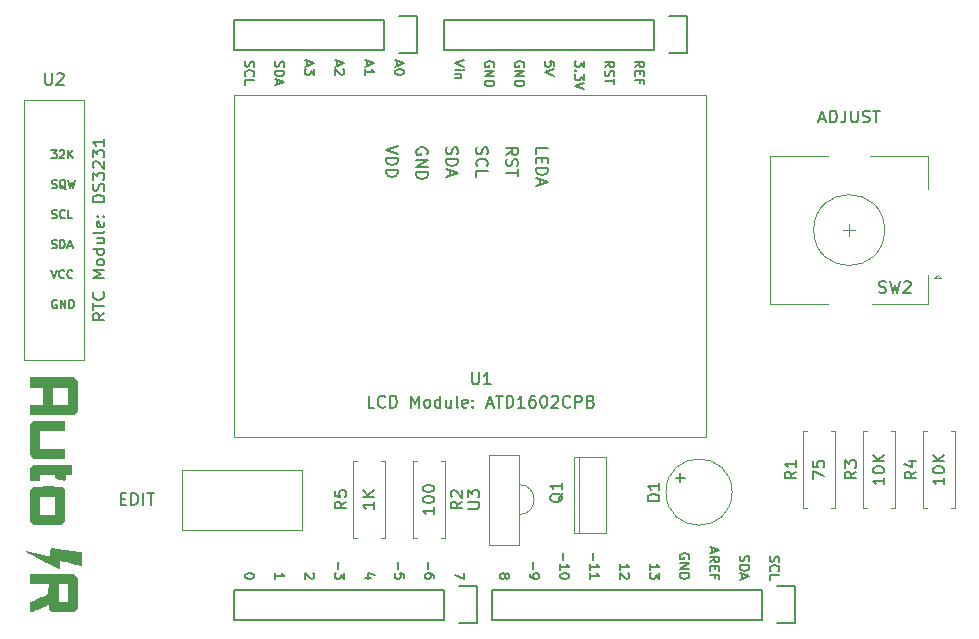
<source format=gto>
G04 #@! TF.GenerationSoftware,KiCad,Pcbnew,(5.1.6)-1*
G04 #@! TF.CreationDate,2020-07-19T16:04:00+09:00*
G04 #@! TF.ProjectId,AutoIRShield,4175746f-4952-4536-9869-656c642e6b69,Ver1.0*
G04 #@! TF.SameCoordinates,Original*
G04 #@! TF.FileFunction,Legend,Top*
G04 #@! TF.FilePolarity,Positive*
%FSLAX46Y46*%
G04 Gerber Fmt 4.6, Leading zero omitted, Abs format (unit mm)*
G04 Created by KiCad (PCBNEW (5.1.6)-1) date 2020-07-19 16:04:00*
%MOMM*%
%LPD*%
G01*
G04 APERTURE LIST*
%ADD10C,0.150000*%
%ADD11C,0.120000*%
%ADD12C,0.010000*%
G04 APERTURE END LIST*
D10*
X105100380Y-101686428D02*
X104624190Y-102019761D01*
X105100380Y-102257857D02*
X104100380Y-102257857D01*
X104100380Y-101876904D01*
X104148000Y-101781666D01*
X104195619Y-101734047D01*
X104290857Y-101686428D01*
X104433714Y-101686428D01*
X104528952Y-101734047D01*
X104576571Y-101781666D01*
X104624190Y-101876904D01*
X104624190Y-102257857D01*
X104100380Y-101400714D02*
X104100380Y-100829285D01*
X105100380Y-101115000D02*
X104100380Y-101115000D01*
X105005142Y-99924523D02*
X105052761Y-99972142D01*
X105100380Y-100115000D01*
X105100380Y-100210238D01*
X105052761Y-100353095D01*
X104957523Y-100448333D01*
X104862285Y-100495952D01*
X104671809Y-100543571D01*
X104528952Y-100543571D01*
X104338476Y-100495952D01*
X104243238Y-100448333D01*
X104148000Y-100353095D01*
X104100380Y-100210238D01*
X104100380Y-100115000D01*
X104148000Y-99972142D01*
X104195619Y-99924523D01*
X105100380Y-98734047D02*
X104100380Y-98734047D01*
X104814666Y-98400714D01*
X104100380Y-98067380D01*
X105100380Y-98067380D01*
X105100380Y-97448333D02*
X105052761Y-97543571D01*
X105005142Y-97591190D01*
X104909904Y-97638809D01*
X104624190Y-97638809D01*
X104528952Y-97591190D01*
X104481333Y-97543571D01*
X104433714Y-97448333D01*
X104433714Y-97305476D01*
X104481333Y-97210238D01*
X104528952Y-97162619D01*
X104624190Y-97115000D01*
X104909904Y-97115000D01*
X105005142Y-97162619D01*
X105052761Y-97210238D01*
X105100380Y-97305476D01*
X105100380Y-97448333D01*
X105100380Y-96257857D02*
X104100380Y-96257857D01*
X105052761Y-96257857D02*
X105100380Y-96353095D01*
X105100380Y-96543571D01*
X105052761Y-96638809D01*
X105005142Y-96686428D01*
X104909904Y-96734047D01*
X104624190Y-96734047D01*
X104528952Y-96686428D01*
X104481333Y-96638809D01*
X104433714Y-96543571D01*
X104433714Y-96353095D01*
X104481333Y-96257857D01*
X104433714Y-95353095D02*
X105100380Y-95353095D01*
X104433714Y-95781666D02*
X104957523Y-95781666D01*
X105052761Y-95734047D01*
X105100380Y-95638809D01*
X105100380Y-95495952D01*
X105052761Y-95400714D01*
X105005142Y-95353095D01*
X105100380Y-94734047D02*
X105052761Y-94829285D01*
X104957523Y-94876904D01*
X104100380Y-94876904D01*
X105052761Y-93972142D02*
X105100380Y-94067380D01*
X105100380Y-94257857D01*
X105052761Y-94353095D01*
X104957523Y-94400714D01*
X104576571Y-94400714D01*
X104481333Y-94353095D01*
X104433714Y-94257857D01*
X104433714Y-94067380D01*
X104481333Y-93972142D01*
X104576571Y-93924523D01*
X104671809Y-93924523D01*
X104767047Y-94400714D01*
X105005142Y-93495952D02*
X105052761Y-93448333D01*
X105100380Y-93495952D01*
X105052761Y-93543571D01*
X105005142Y-93495952D01*
X105100380Y-93495952D01*
X104481333Y-93495952D02*
X104528952Y-93448333D01*
X104576571Y-93495952D01*
X104528952Y-93543571D01*
X104481333Y-93495952D01*
X104576571Y-93495952D01*
X105100380Y-92257857D02*
X104100380Y-92257857D01*
X104100380Y-92019761D01*
X104148000Y-91876904D01*
X104243238Y-91781666D01*
X104338476Y-91734047D01*
X104528952Y-91686428D01*
X104671809Y-91686428D01*
X104862285Y-91734047D01*
X104957523Y-91781666D01*
X105052761Y-91876904D01*
X105100380Y-92019761D01*
X105100380Y-92257857D01*
X105052761Y-91305476D02*
X105100380Y-91162619D01*
X105100380Y-90924523D01*
X105052761Y-90829285D01*
X105005142Y-90781666D01*
X104909904Y-90734047D01*
X104814666Y-90734047D01*
X104719428Y-90781666D01*
X104671809Y-90829285D01*
X104624190Y-90924523D01*
X104576571Y-91115000D01*
X104528952Y-91210238D01*
X104481333Y-91257857D01*
X104386095Y-91305476D01*
X104290857Y-91305476D01*
X104195619Y-91257857D01*
X104148000Y-91210238D01*
X104100380Y-91115000D01*
X104100380Y-90876904D01*
X104148000Y-90734047D01*
X104100380Y-90400714D02*
X104100380Y-89781666D01*
X104481333Y-90115000D01*
X104481333Y-89972142D01*
X104528952Y-89876904D01*
X104576571Y-89829285D01*
X104671809Y-89781666D01*
X104909904Y-89781666D01*
X105005142Y-89829285D01*
X105052761Y-89876904D01*
X105100380Y-89972142D01*
X105100380Y-90257857D01*
X105052761Y-90353095D01*
X105005142Y-90400714D01*
X104195619Y-89400714D02*
X104148000Y-89353095D01*
X104100380Y-89257857D01*
X104100380Y-89019761D01*
X104148000Y-88924523D01*
X104195619Y-88876904D01*
X104290857Y-88829285D01*
X104386095Y-88829285D01*
X104528952Y-88876904D01*
X105100380Y-89448333D01*
X105100380Y-88829285D01*
X104100380Y-88495952D02*
X104100380Y-87876904D01*
X104481333Y-88210238D01*
X104481333Y-88067380D01*
X104528952Y-87972142D01*
X104576571Y-87924523D01*
X104671809Y-87876904D01*
X104909904Y-87876904D01*
X105005142Y-87924523D01*
X105052761Y-87972142D01*
X105100380Y-88067380D01*
X105100380Y-88353095D01*
X105052761Y-88448333D01*
X105005142Y-88495952D01*
X105100380Y-86924523D02*
X105100380Y-87495952D01*
X105100380Y-87210238D02*
X104100380Y-87210238D01*
X104243238Y-87305476D01*
X104338476Y-87400714D01*
X104386095Y-87495952D01*
X141660619Y-88185714D02*
X141660619Y-87709523D01*
X142660619Y-87709523D01*
X142184428Y-88519047D02*
X142184428Y-88852381D01*
X141660619Y-88995238D02*
X141660619Y-88519047D01*
X142660619Y-88519047D01*
X142660619Y-88995238D01*
X141660619Y-89423809D02*
X142660619Y-89423809D01*
X142660619Y-89661904D01*
X142613000Y-89804762D01*
X142517761Y-89900000D01*
X142422523Y-89947619D01*
X142232047Y-89995238D01*
X142089190Y-89995238D01*
X141898714Y-89947619D01*
X141803476Y-89900000D01*
X141708238Y-89804762D01*
X141660619Y-89661904D01*
X141660619Y-89423809D01*
X141946333Y-90376190D02*
X141946333Y-90852381D01*
X141660619Y-90280952D02*
X142660619Y-90614285D01*
X141660619Y-90947619D01*
X139120619Y-88280952D02*
X139596809Y-87947619D01*
X139120619Y-87709524D02*
X140120619Y-87709524D01*
X140120619Y-88090476D01*
X140073000Y-88185714D01*
X140025380Y-88233333D01*
X139930142Y-88280952D01*
X139787285Y-88280952D01*
X139692047Y-88233333D01*
X139644428Y-88185714D01*
X139596809Y-88090476D01*
X139596809Y-87709524D01*
X139168238Y-88661905D02*
X139120619Y-88804762D01*
X139120619Y-89042857D01*
X139168238Y-89138095D01*
X139215857Y-89185714D01*
X139311095Y-89233333D01*
X139406333Y-89233333D01*
X139501571Y-89185714D01*
X139549190Y-89138095D01*
X139596809Y-89042857D01*
X139644428Y-88852381D01*
X139692047Y-88757143D01*
X139739666Y-88709524D01*
X139834904Y-88661905D01*
X139930142Y-88661905D01*
X140025380Y-88709524D01*
X140073000Y-88757143D01*
X140120619Y-88852381D01*
X140120619Y-89090476D01*
X140073000Y-89233333D01*
X140120619Y-89519048D02*
X140120619Y-90090476D01*
X139120619Y-89804762D02*
X140120619Y-89804762D01*
X136628238Y-87661904D02*
X136580619Y-87804761D01*
X136580619Y-88042857D01*
X136628238Y-88138095D01*
X136675857Y-88185714D01*
X136771095Y-88233333D01*
X136866333Y-88233333D01*
X136961571Y-88185714D01*
X137009190Y-88138095D01*
X137056809Y-88042857D01*
X137104428Y-87852381D01*
X137152047Y-87757142D01*
X137199666Y-87709523D01*
X137294904Y-87661904D01*
X137390142Y-87661904D01*
X137485380Y-87709523D01*
X137533000Y-87757142D01*
X137580619Y-87852381D01*
X137580619Y-88090476D01*
X137533000Y-88233333D01*
X136675857Y-89233333D02*
X136628238Y-89185714D01*
X136580619Y-89042857D01*
X136580619Y-88947619D01*
X136628238Y-88804761D01*
X136723476Y-88709523D01*
X136818714Y-88661904D01*
X137009190Y-88614285D01*
X137152047Y-88614285D01*
X137342523Y-88661904D01*
X137437761Y-88709523D01*
X137533000Y-88804761D01*
X137580619Y-88947619D01*
X137580619Y-89042857D01*
X137533000Y-89185714D01*
X137485380Y-89233333D01*
X136580619Y-90138095D02*
X136580619Y-89661904D01*
X137580619Y-89661904D01*
X134088238Y-87661905D02*
X134040619Y-87804762D01*
X134040619Y-88042857D01*
X134088238Y-88138095D01*
X134135857Y-88185714D01*
X134231095Y-88233333D01*
X134326333Y-88233333D01*
X134421571Y-88185714D01*
X134469190Y-88138095D01*
X134516809Y-88042857D01*
X134564428Y-87852381D01*
X134612047Y-87757143D01*
X134659666Y-87709524D01*
X134754904Y-87661905D01*
X134850142Y-87661905D01*
X134945380Y-87709524D01*
X134993000Y-87757143D01*
X135040619Y-87852381D01*
X135040619Y-88090476D01*
X134993000Y-88233333D01*
X134040619Y-88661905D02*
X135040619Y-88661905D01*
X135040619Y-88900000D01*
X134993000Y-89042857D01*
X134897761Y-89138095D01*
X134802523Y-89185714D01*
X134612047Y-89233333D01*
X134469190Y-89233333D01*
X134278714Y-89185714D01*
X134183476Y-89138095D01*
X134088238Y-89042857D01*
X134040619Y-88900000D01*
X134040619Y-88661905D01*
X134326333Y-89614286D02*
X134326333Y-90090476D01*
X134040619Y-89519048D02*
X135040619Y-89852381D01*
X134040619Y-90185714D01*
X132453000Y-88233333D02*
X132500619Y-88138095D01*
X132500619Y-87995238D01*
X132453000Y-87852380D01*
X132357761Y-87757142D01*
X132262523Y-87709523D01*
X132072047Y-87661904D01*
X131929190Y-87661904D01*
X131738714Y-87709523D01*
X131643476Y-87757142D01*
X131548238Y-87852380D01*
X131500619Y-87995238D01*
X131500619Y-88090476D01*
X131548238Y-88233333D01*
X131595857Y-88280952D01*
X131929190Y-88280952D01*
X131929190Y-88090476D01*
X131500619Y-88709523D02*
X132500619Y-88709523D01*
X131500619Y-89280952D01*
X132500619Y-89280952D01*
X131500619Y-89757142D02*
X132500619Y-89757142D01*
X132500619Y-89995238D01*
X132453000Y-90138095D01*
X132357761Y-90233333D01*
X132262523Y-90280952D01*
X132072047Y-90328571D01*
X131929190Y-90328571D01*
X131738714Y-90280952D01*
X131643476Y-90233333D01*
X131548238Y-90138095D01*
X131500619Y-89995238D01*
X131500619Y-89757142D01*
X129960619Y-87566666D02*
X128960619Y-87900000D01*
X129960619Y-88233333D01*
X128960619Y-88566666D02*
X129960619Y-88566666D01*
X129960619Y-88804761D01*
X129913000Y-88947619D01*
X129817761Y-89042857D01*
X129722523Y-89090476D01*
X129532047Y-89138095D01*
X129389190Y-89138095D01*
X129198714Y-89090476D01*
X129103476Y-89042857D01*
X129008238Y-88947619D01*
X128960619Y-88804761D01*
X128960619Y-88566666D01*
X128960619Y-89566666D02*
X129960619Y-89566666D01*
X129960619Y-89804761D01*
X129913000Y-89947619D01*
X129817761Y-90042857D01*
X129722523Y-90090476D01*
X129532047Y-90138095D01*
X129389190Y-90138095D01*
X129198714Y-90090476D01*
X129103476Y-90042857D01*
X129008238Y-89947619D01*
X128960619Y-89804761D01*
X128960619Y-89566666D01*
X127969190Y-109687380D02*
X127493000Y-109687380D01*
X127493000Y-108687380D01*
X128873952Y-109592142D02*
X128826333Y-109639761D01*
X128683476Y-109687380D01*
X128588238Y-109687380D01*
X128445380Y-109639761D01*
X128350142Y-109544523D01*
X128302523Y-109449285D01*
X128254904Y-109258809D01*
X128254904Y-109115952D01*
X128302523Y-108925476D01*
X128350142Y-108830238D01*
X128445380Y-108735000D01*
X128588238Y-108687380D01*
X128683476Y-108687380D01*
X128826333Y-108735000D01*
X128873952Y-108782619D01*
X129302523Y-109687380D02*
X129302523Y-108687380D01*
X129540619Y-108687380D01*
X129683476Y-108735000D01*
X129778714Y-108830238D01*
X129826333Y-108925476D01*
X129873952Y-109115952D01*
X129873952Y-109258809D01*
X129826333Y-109449285D01*
X129778714Y-109544523D01*
X129683476Y-109639761D01*
X129540619Y-109687380D01*
X129302523Y-109687380D01*
X131064428Y-109687380D02*
X131064428Y-108687380D01*
X131397761Y-109401666D01*
X131731095Y-108687380D01*
X131731095Y-109687380D01*
X132350142Y-109687380D02*
X132254904Y-109639761D01*
X132207285Y-109592142D01*
X132159666Y-109496904D01*
X132159666Y-109211190D01*
X132207285Y-109115952D01*
X132254904Y-109068333D01*
X132350142Y-109020714D01*
X132493000Y-109020714D01*
X132588238Y-109068333D01*
X132635857Y-109115952D01*
X132683476Y-109211190D01*
X132683476Y-109496904D01*
X132635857Y-109592142D01*
X132588238Y-109639761D01*
X132493000Y-109687380D01*
X132350142Y-109687380D01*
X133540619Y-109687380D02*
X133540619Y-108687380D01*
X133540619Y-109639761D02*
X133445380Y-109687380D01*
X133254904Y-109687380D01*
X133159666Y-109639761D01*
X133112047Y-109592142D01*
X133064428Y-109496904D01*
X133064428Y-109211190D01*
X133112047Y-109115952D01*
X133159666Y-109068333D01*
X133254904Y-109020714D01*
X133445380Y-109020714D01*
X133540619Y-109068333D01*
X134445380Y-109020714D02*
X134445380Y-109687380D01*
X134016809Y-109020714D02*
X134016809Y-109544523D01*
X134064428Y-109639761D01*
X134159666Y-109687380D01*
X134302523Y-109687380D01*
X134397761Y-109639761D01*
X134445380Y-109592142D01*
X135064428Y-109687380D02*
X134969190Y-109639761D01*
X134921571Y-109544523D01*
X134921571Y-108687380D01*
X135826333Y-109639761D02*
X135731095Y-109687380D01*
X135540619Y-109687380D01*
X135445380Y-109639761D01*
X135397761Y-109544523D01*
X135397761Y-109163571D01*
X135445380Y-109068333D01*
X135540619Y-109020714D01*
X135731095Y-109020714D01*
X135826333Y-109068333D01*
X135873952Y-109163571D01*
X135873952Y-109258809D01*
X135397761Y-109354047D01*
X136302523Y-109592142D02*
X136350142Y-109639761D01*
X136302523Y-109687380D01*
X136254904Y-109639761D01*
X136302523Y-109592142D01*
X136302523Y-109687380D01*
X136302523Y-109068333D02*
X136350142Y-109115952D01*
X136302523Y-109163571D01*
X136254904Y-109115952D01*
X136302523Y-109068333D01*
X136302523Y-109163571D01*
X137493000Y-109401666D02*
X137969190Y-109401666D01*
X137397761Y-109687380D02*
X137731095Y-108687380D01*
X138064428Y-109687380D01*
X138254904Y-108687380D02*
X138826333Y-108687380D01*
X138540619Y-109687380D02*
X138540619Y-108687380D01*
X139159666Y-109687380D02*
X139159666Y-108687380D01*
X139397761Y-108687380D01*
X139540619Y-108735000D01*
X139635857Y-108830238D01*
X139683476Y-108925476D01*
X139731095Y-109115952D01*
X139731095Y-109258809D01*
X139683476Y-109449285D01*
X139635857Y-109544523D01*
X139540619Y-109639761D01*
X139397761Y-109687380D01*
X139159666Y-109687380D01*
X140683476Y-109687380D02*
X140112047Y-109687380D01*
X140397761Y-109687380D02*
X140397761Y-108687380D01*
X140302523Y-108830238D01*
X140207285Y-108925476D01*
X140112047Y-108973095D01*
X141540619Y-108687380D02*
X141350142Y-108687380D01*
X141254904Y-108735000D01*
X141207285Y-108782619D01*
X141112047Y-108925476D01*
X141064428Y-109115952D01*
X141064428Y-109496904D01*
X141112047Y-109592142D01*
X141159666Y-109639761D01*
X141254904Y-109687380D01*
X141445380Y-109687380D01*
X141540619Y-109639761D01*
X141588238Y-109592142D01*
X141635857Y-109496904D01*
X141635857Y-109258809D01*
X141588238Y-109163571D01*
X141540619Y-109115952D01*
X141445380Y-109068333D01*
X141254904Y-109068333D01*
X141159666Y-109115952D01*
X141112047Y-109163571D01*
X141064428Y-109258809D01*
X142254904Y-108687380D02*
X142350142Y-108687380D01*
X142445380Y-108735000D01*
X142493000Y-108782619D01*
X142540619Y-108877857D01*
X142588238Y-109068333D01*
X142588238Y-109306428D01*
X142540619Y-109496904D01*
X142493000Y-109592142D01*
X142445380Y-109639761D01*
X142350142Y-109687380D01*
X142254904Y-109687380D01*
X142159666Y-109639761D01*
X142112047Y-109592142D01*
X142064428Y-109496904D01*
X142016809Y-109306428D01*
X142016809Y-109068333D01*
X142064428Y-108877857D01*
X142112047Y-108782619D01*
X142159666Y-108735000D01*
X142254904Y-108687380D01*
X142969190Y-108782619D02*
X143016809Y-108735000D01*
X143112047Y-108687380D01*
X143350142Y-108687380D01*
X143445380Y-108735000D01*
X143493000Y-108782619D01*
X143540619Y-108877857D01*
X143540619Y-108973095D01*
X143493000Y-109115952D01*
X142921571Y-109687380D01*
X143540619Y-109687380D01*
X144540619Y-109592142D02*
X144493000Y-109639761D01*
X144350142Y-109687380D01*
X144254904Y-109687380D01*
X144112047Y-109639761D01*
X144016809Y-109544523D01*
X143969190Y-109449285D01*
X143921571Y-109258809D01*
X143921571Y-109115952D01*
X143969190Y-108925476D01*
X144016809Y-108830238D01*
X144112047Y-108735000D01*
X144254904Y-108687380D01*
X144350142Y-108687380D01*
X144493000Y-108735000D01*
X144540619Y-108782619D01*
X144969190Y-109687380D02*
X144969190Y-108687380D01*
X145350142Y-108687380D01*
X145445380Y-108735000D01*
X145493000Y-108782619D01*
X145540619Y-108877857D01*
X145540619Y-109020714D01*
X145493000Y-109115952D01*
X145445380Y-109163571D01*
X145350142Y-109211190D01*
X144969190Y-109211190D01*
X146302523Y-109163571D02*
X146445380Y-109211190D01*
X146493000Y-109258809D01*
X146540619Y-109354047D01*
X146540619Y-109496904D01*
X146493000Y-109592142D01*
X146445380Y-109639761D01*
X146350142Y-109687380D01*
X145969190Y-109687380D01*
X145969190Y-108687380D01*
X146302523Y-108687380D01*
X146397761Y-108735000D01*
X146445380Y-108782619D01*
X146493000Y-108877857D01*
X146493000Y-108973095D01*
X146445380Y-109068333D01*
X146397761Y-109115952D01*
X146302523Y-109163571D01*
X145969190Y-109163571D01*
X161474190Y-122263096D02*
X161436095Y-122377381D01*
X161436095Y-122567857D01*
X161474190Y-122644048D01*
X161512285Y-122682143D01*
X161588476Y-122720238D01*
X161664666Y-122720238D01*
X161740857Y-122682143D01*
X161778952Y-122644048D01*
X161817047Y-122567857D01*
X161855142Y-122415477D01*
X161893238Y-122339286D01*
X161931333Y-122301191D01*
X162007523Y-122263096D01*
X162083714Y-122263096D01*
X162159904Y-122301191D01*
X162198000Y-122339286D01*
X162236095Y-122415477D01*
X162236095Y-122605953D01*
X162198000Y-122720238D01*
X161512285Y-123520238D02*
X161474190Y-123482143D01*
X161436095Y-123367857D01*
X161436095Y-123291667D01*
X161474190Y-123177381D01*
X161550380Y-123101191D01*
X161626571Y-123063096D01*
X161778952Y-123025000D01*
X161893238Y-123025000D01*
X162045619Y-123063096D01*
X162121809Y-123101191D01*
X162198000Y-123177381D01*
X162236095Y-123291667D01*
X162236095Y-123367857D01*
X162198000Y-123482143D01*
X162159904Y-123520238D01*
X161436095Y-124244048D02*
X161436095Y-123863096D01*
X162236095Y-123863096D01*
X158934190Y-122225000D02*
X158896095Y-122339286D01*
X158896095Y-122529762D01*
X158934190Y-122605952D01*
X158972285Y-122644048D01*
X159048476Y-122682143D01*
X159124666Y-122682143D01*
X159200857Y-122644048D01*
X159238952Y-122605952D01*
X159277047Y-122529762D01*
X159315142Y-122377381D01*
X159353238Y-122301190D01*
X159391333Y-122263095D01*
X159467523Y-122225000D01*
X159543714Y-122225000D01*
X159619904Y-122263095D01*
X159658000Y-122301190D01*
X159696095Y-122377381D01*
X159696095Y-122567857D01*
X159658000Y-122682143D01*
X158896095Y-123025000D02*
X159696095Y-123025000D01*
X159696095Y-123215476D01*
X159658000Y-123329762D01*
X159581809Y-123405952D01*
X159505619Y-123444048D01*
X159353238Y-123482143D01*
X159238952Y-123482143D01*
X159086571Y-123444048D01*
X159010380Y-123405952D01*
X158934190Y-123329762D01*
X158896095Y-123215476D01*
X158896095Y-123025000D01*
X159124666Y-123786905D02*
X159124666Y-124167857D01*
X158896095Y-123710714D02*
X159696095Y-123977381D01*
X158896095Y-124244048D01*
X156584666Y-121577381D02*
X156584666Y-121958334D01*
X156356095Y-121501191D02*
X157156095Y-121767858D01*
X156356095Y-122034524D01*
X156356095Y-122758334D02*
X156737047Y-122491667D01*
X156356095Y-122301191D02*
X157156095Y-122301191D01*
X157156095Y-122605953D01*
X157118000Y-122682143D01*
X157079904Y-122720239D01*
X157003714Y-122758334D01*
X156889428Y-122758334D01*
X156813238Y-122720239D01*
X156775142Y-122682143D01*
X156737047Y-122605953D01*
X156737047Y-122301191D01*
X156775142Y-123101191D02*
X156775142Y-123367858D01*
X156356095Y-123482143D02*
X156356095Y-123101191D01*
X157156095Y-123101191D01*
X157156095Y-123482143D01*
X156775142Y-124091667D02*
X156775142Y-123825000D01*
X156356095Y-123825000D02*
X157156095Y-123825000D01*
X157156095Y-124205953D01*
X154578000Y-122491667D02*
X154616095Y-122415476D01*
X154616095Y-122301191D01*
X154578000Y-122186905D01*
X154501809Y-122110714D01*
X154425619Y-122072619D01*
X154273238Y-122034524D01*
X154158952Y-122034524D01*
X154006571Y-122072619D01*
X153930380Y-122110714D01*
X153854190Y-122186905D01*
X153816095Y-122301191D01*
X153816095Y-122377381D01*
X153854190Y-122491667D01*
X153892285Y-122529762D01*
X154158952Y-122529762D01*
X154158952Y-122377381D01*
X153816095Y-122872619D02*
X154616095Y-122872619D01*
X153816095Y-123329762D01*
X154616095Y-123329762D01*
X153816095Y-123710714D02*
X154616095Y-123710714D01*
X154616095Y-123901191D01*
X154578000Y-124015476D01*
X154501809Y-124091667D01*
X154425619Y-124129762D01*
X154273238Y-124167857D01*
X154158952Y-124167857D01*
X154006571Y-124129762D01*
X153930380Y-124091667D01*
X153854190Y-124015476D01*
X153816095Y-123901191D01*
X153816095Y-123710714D01*
X151276095Y-123405953D02*
X151276095Y-122948810D01*
X151276095Y-123177381D02*
X152076095Y-123177381D01*
X151961809Y-123101191D01*
X151885619Y-123025000D01*
X151847523Y-122948810D01*
X152076095Y-123672619D02*
X152076095Y-124167857D01*
X151771333Y-123901191D01*
X151771333Y-124015476D01*
X151733238Y-124091667D01*
X151695142Y-124129762D01*
X151618952Y-124167857D01*
X151428476Y-124167857D01*
X151352285Y-124129762D01*
X151314190Y-124091667D01*
X151276095Y-124015476D01*
X151276095Y-123786905D01*
X151314190Y-123710714D01*
X151352285Y-123672619D01*
X148736095Y-123405953D02*
X148736095Y-122948810D01*
X148736095Y-123177381D02*
X149536095Y-123177381D01*
X149421809Y-123101191D01*
X149345619Y-123025000D01*
X149307523Y-122948810D01*
X149459904Y-123710714D02*
X149498000Y-123748810D01*
X149536095Y-123825000D01*
X149536095Y-124015476D01*
X149498000Y-124091667D01*
X149459904Y-124129762D01*
X149383714Y-124167857D01*
X149307523Y-124167857D01*
X149193238Y-124129762D01*
X148736095Y-123672619D01*
X148736095Y-124167857D01*
X146500857Y-121996429D02*
X146500857Y-122605953D01*
X146196095Y-123405953D02*
X146196095Y-122948810D01*
X146196095Y-123177381D02*
X146996095Y-123177381D01*
X146881809Y-123101191D01*
X146805619Y-123025000D01*
X146767523Y-122948810D01*
X146196095Y-124167857D02*
X146196095Y-123710715D01*
X146196095Y-123939286D02*
X146996095Y-123939286D01*
X146881809Y-123863096D01*
X146805619Y-123786905D01*
X146767523Y-123710715D01*
X143960857Y-121996429D02*
X143960857Y-122605953D01*
X143656095Y-123405953D02*
X143656095Y-122948810D01*
X143656095Y-123177381D02*
X144456095Y-123177381D01*
X144341809Y-123101191D01*
X144265619Y-123025000D01*
X144227523Y-122948810D01*
X144456095Y-123901191D02*
X144456095Y-123977381D01*
X144418000Y-124053572D01*
X144379904Y-124091667D01*
X144303714Y-124129762D01*
X144151333Y-124167857D01*
X143960857Y-124167857D01*
X143808476Y-124129762D01*
X143732285Y-124091667D01*
X143694190Y-124053572D01*
X143656095Y-123977381D01*
X143656095Y-123901191D01*
X143694190Y-123825000D01*
X143732285Y-123786905D01*
X143808476Y-123748810D01*
X143960857Y-123710715D01*
X144151333Y-123710715D01*
X144303714Y-123748810D01*
X144379904Y-123786905D01*
X144418000Y-123825000D01*
X144456095Y-123901191D01*
X141420857Y-122758333D02*
X141420857Y-123367857D01*
X141116095Y-123786905D02*
X141116095Y-123939286D01*
X141154190Y-124015476D01*
X141192285Y-124053571D01*
X141306571Y-124129762D01*
X141458952Y-124167857D01*
X141763714Y-124167857D01*
X141839904Y-124129762D01*
X141878000Y-124091667D01*
X141916095Y-124015476D01*
X141916095Y-123863095D01*
X141878000Y-123786905D01*
X141839904Y-123748809D01*
X141763714Y-123710714D01*
X141573238Y-123710714D01*
X141497047Y-123748809D01*
X141458952Y-123786905D01*
X141420857Y-123863095D01*
X141420857Y-124015476D01*
X141458952Y-124091667D01*
X141497047Y-124129762D01*
X141573238Y-124167857D01*
X139033238Y-123863095D02*
X139071333Y-123786905D01*
X139109428Y-123748809D01*
X139185619Y-123710714D01*
X139223714Y-123710714D01*
X139299904Y-123748809D01*
X139338000Y-123786905D01*
X139376095Y-123863095D01*
X139376095Y-124015476D01*
X139338000Y-124091666D01*
X139299904Y-124129762D01*
X139223714Y-124167857D01*
X139185619Y-124167857D01*
X139109428Y-124129762D01*
X139071333Y-124091666D01*
X139033238Y-124015476D01*
X139033238Y-123863095D01*
X138995142Y-123786905D01*
X138957047Y-123748809D01*
X138880857Y-123710714D01*
X138728476Y-123710714D01*
X138652285Y-123748809D01*
X138614190Y-123786905D01*
X138576095Y-123863095D01*
X138576095Y-124015476D01*
X138614190Y-124091666D01*
X138652285Y-124129762D01*
X138728476Y-124167857D01*
X138880857Y-124167857D01*
X138957047Y-124129762D01*
X138995142Y-124091666D01*
X139033238Y-124015476D01*
X135566095Y-123672619D02*
X135566095Y-124205952D01*
X134766095Y-123863095D01*
X132530857Y-122758333D02*
X132530857Y-123367857D01*
X133026095Y-124091667D02*
X133026095Y-123939286D01*
X132988000Y-123863095D01*
X132949904Y-123825000D01*
X132835619Y-123748809D01*
X132683238Y-123710714D01*
X132378476Y-123710714D01*
X132302285Y-123748809D01*
X132264190Y-123786905D01*
X132226095Y-123863095D01*
X132226095Y-124015476D01*
X132264190Y-124091667D01*
X132302285Y-124129762D01*
X132378476Y-124167857D01*
X132568952Y-124167857D01*
X132645142Y-124129762D01*
X132683238Y-124091667D01*
X132721333Y-124015476D01*
X132721333Y-123863095D01*
X132683238Y-123786905D01*
X132645142Y-123748809D01*
X132568952Y-123710714D01*
X129990857Y-122758333D02*
X129990857Y-123367857D01*
X130486095Y-124129762D02*
X130486095Y-123748809D01*
X130105142Y-123710714D01*
X130143238Y-123748809D01*
X130181333Y-123825000D01*
X130181333Y-124015476D01*
X130143238Y-124091667D01*
X130105142Y-124129762D01*
X130028952Y-124167857D01*
X129838476Y-124167857D01*
X129762285Y-124129762D01*
X129724190Y-124091667D01*
X129686095Y-124015476D01*
X129686095Y-123825000D01*
X129724190Y-123748809D01*
X129762285Y-123710714D01*
X127679428Y-124091666D02*
X127146095Y-124091666D01*
X127984190Y-123901190D02*
X127412761Y-123710714D01*
X127412761Y-124205952D01*
X124910857Y-122758333D02*
X124910857Y-123367857D01*
X125406095Y-123672619D02*
X125406095Y-124167857D01*
X125101333Y-123901190D01*
X125101333Y-124015476D01*
X125063238Y-124091667D01*
X125025142Y-124129762D01*
X124948952Y-124167857D01*
X124758476Y-124167857D01*
X124682285Y-124129762D01*
X124644190Y-124091667D01*
X124606095Y-124015476D01*
X124606095Y-123786905D01*
X124644190Y-123710714D01*
X124682285Y-123672619D01*
X122789904Y-123710714D02*
X122828000Y-123748809D01*
X122866095Y-123825000D01*
X122866095Y-124015476D01*
X122828000Y-124091666D01*
X122789904Y-124129762D01*
X122713714Y-124167857D01*
X122637523Y-124167857D01*
X122523238Y-124129762D01*
X122066095Y-123672619D01*
X122066095Y-124167857D01*
X119526095Y-124167857D02*
X119526095Y-123710714D01*
X119526095Y-123939286D02*
X120326095Y-123939286D01*
X120211809Y-123863095D01*
X120135619Y-123786905D01*
X120097523Y-123710714D01*
X117786095Y-123901190D02*
X117786095Y-123977381D01*
X117748000Y-124053571D01*
X117709904Y-124091666D01*
X117633714Y-124129762D01*
X117481333Y-124167857D01*
X117290857Y-124167857D01*
X117138476Y-124129762D01*
X117062285Y-124091666D01*
X117024190Y-124053571D01*
X116986095Y-123977381D01*
X116986095Y-123901190D01*
X117024190Y-123825000D01*
X117062285Y-123786905D01*
X117138476Y-123748809D01*
X117290857Y-123710714D01*
X117481333Y-123710714D01*
X117633714Y-123748809D01*
X117709904Y-123786905D01*
X117748000Y-123825000D01*
X117786095Y-123901190D01*
X150006095Y-80848334D02*
X150387047Y-80581667D01*
X150006095Y-80391191D02*
X150806095Y-80391191D01*
X150806095Y-80695953D01*
X150768000Y-80772143D01*
X150729904Y-80810238D01*
X150653714Y-80848334D01*
X150539428Y-80848334D01*
X150463238Y-80810238D01*
X150425142Y-80772143D01*
X150387047Y-80695953D01*
X150387047Y-80391191D01*
X150425142Y-81191191D02*
X150425142Y-81457857D01*
X150006095Y-81572143D02*
X150006095Y-81191191D01*
X150806095Y-81191191D01*
X150806095Y-81572143D01*
X150425142Y-82181667D02*
X150425142Y-81915000D01*
X150006095Y-81915000D02*
X150806095Y-81915000D01*
X150806095Y-82295953D01*
X147466095Y-80848333D02*
X147847047Y-80581667D01*
X147466095Y-80391190D02*
X148266095Y-80391190D01*
X148266095Y-80695952D01*
X148228000Y-80772143D01*
X148189904Y-80810238D01*
X148113714Y-80848333D01*
X147999428Y-80848333D01*
X147923238Y-80810238D01*
X147885142Y-80772143D01*
X147847047Y-80695952D01*
X147847047Y-80391190D01*
X147504190Y-81153095D02*
X147466095Y-81267381D01*
X147466095Y-81457857D01*
X147504190Y-81534048D01*
X147542285Y-81572143D01*
X147618476Y-81610238D01*
X147694666Y-81610238D01*
X147770857Y-81572143D01*
X147808952Y-81534048D01*
X147847047Y-81457857D01*
X147885142Y-81305476D01*
X147923238Y-81229286D01*
X147961333Y-81191190D01*
X148037523Y-81153095D01*
X148113714Y-81153095D01*
X148189904Y-81191190D01*
X148228000Y-81229286D01*
X148266095Y-81305476D01*
X148266095Y-81495952D01*
X148228000Y-81610238D01*
X148266095Y-81838809D02*
X148266095Y-82295952D01*
X147466095Y-82067381D02*
X148266095Y-82067381D01*
X145726095Y-80315000D02*
X145726095Y-80810238D01*
X145421333Y-80543572D01*
X145421333Y-80657857D01*
X145383238Y-80734048D01*
X145345142Y-80772143D01*
X145268952Y-80810238D01*
X145078476Y-80810238D01*
X145002285Y-80772143D01*
X144964190Y-80734048D01*
X144926095Y-80657857D01*
X144926095Y-80429286D01*
X144964190Y-80353095D01*
X145002285Y-80315000D01*
X145002285Y-81153095D02*
X144964190Y-81191191D01*
X144926095Y-81153095D01*
X144964190Y-81115000D01*
X145002285Y-81153095D01*
X144926095Y-81153095D01*
X145726095Y-81457857D02*
X145726095Y-81953095D01*
X145421333Y-81686429D01*
X145421333Y-81800714D01*
X145383238Y-81876905D01*
X145345142Y-81915000D01*
X145268952Y-81953095D01*
X145078476Y-81953095D01*
X145002285Y-81915000D01*
X144964190Y-81876905D01*
X144926095Y-81800714D01*
X144926095Y-81572143D01*
X144964190Y-81495953D01*
X145002285Y-81457857D01*
X145726095Y-82181667D02*
X144926095Y-82448333D01*
X145726095Y-82715000D01*
X143186095Y-80772143D02*
X143186095Y-80391190D01*
X142805142Y-80353095D01*
X142843238Y-80391190D01*
X142881333Y-80467381D01*
X142881333Y-80657857D01*
X142843238Y-80734047D01*
X142805142Y-80772143D01*
X142728952Y-80810238D01*
X142538476Y-80810238D01*
X142462285Y-80772143D01*
X142424190Y-80734047D01*
X142386095Y-80657857D01*
X142386095Y-80467381D01*
X142424190Y-80391190D01*
X142462285Y-80353095D01*
X143186095Y-81038809D02*
X142386095Y-81305476D01*
X143186095Y-81572143D01*
X140608000Y-80810238D02*
X140646095Y-80734047D01*
X140646095Y-80619762D01*
X140608000Y-80505476D01*
X140531809Y-80429285D01*
X140455619Y-80391190D01*
X140303238Y-80353095D01*
X140188952Y-80353095D01*
X140036571Y-80391190D01*
X139960380Y-80429285D01*
X139884190Y-80505476D01*
X139846095Y-80619762D01*
X139846095Y-80695952D01*
X139884190Y-80810238D01*
X139922285Y-80848333D01*
X140188952Y-80848333D01*
X140188952Y-80695952D01*
X139846095Y-81191190D02*
X140646095Y-81191190D01*
X139846095Y-81648333D01*
X140646095Y-81648333D01*
X139846095Y-82029285D02*
X140646095Y-82029285D01*
X140646095Y-82219762D01*
X140608000Y-82334047D01*
X140531809Y-82410238D01*
X140455619Y-82448333D01*
X140303238Y-82486428D01*
X140188952Y-82486428D01*
X140036571Y-82448333D01*
X139960380Y-82410238D01*
X139884190Y-82334047D01*
X139846095Y-82219762D01*
X139846095Y-82029285D01*
X138068000Y-80810238D02*
X138106095Y-80734047D01*
X138106095Y-80619762D01*
X138068000Y-80505476D01*
X137991809Y-80429285D01*
X137915619Y-80391190D01*
X137763238Y-80353095D01*
X137648952Y-80353095D01*
X137496571Y-80391190D01*
X137420380Y-80429285D01*
X137344190Y-80505476D01*
X137306095Y-80619762D01*
X137306095Y-80695952D01*
X137344190Y-80810238D01*
X137382285Y-80848333D01*
X137648952Y-80848333D01*
X137648952Y-80695952D01*
X137306095Y-81191190D02*
X138106095Y-81191190D01*
X137306095Y-81648333D01*
X138106095Y-81648333D01*
X137306095Y-82029285D02*
X138106095Y-82029285D01*
X138106095Y-82219762D01*
X138068000Y-82334047D01*
X137991809Y-82410238D01*
X137915619Y-82448333D01*
X137763238Y-82486428D01*
X137648952Y-82486428D01*
X137496571Y-82448333D01*
X137420380Y-82410238D01*
X137344190Y-82334047D01*
X137306095Y-82219762D01*
X137306095Y-82029285D01*
X135566095Y-80276905D02*
X134766095Y-80543572D01*
X135566095Y-80810238D01*
X134766095Y-81076905D02*
X135299428Y-81076905D01*
X135566095Y-81076905D02*
X135528000Y-81038810D01*
X135489904Y-81076905D01*
X135528000Y-81115000D01*
X135566095Y-81076905D01*
X135489904Y-81076905D01*
X135299428Y-81457857D02*
X134766095Y-81457857D01*
X135223238Y-81457857D02*
X135261333Y-81495953D01*
X135299428Y-81572143D01*
X135299428Y-81686429D01*
X135261333Y-81762619D01*
X135185142Y-81800714D01*
X134766095Y-81800714D01*
X129914666Y-80353095D02*
X129914666Y-80734047D01*
X129686095Y-80276904D02*
X130486095Y-80543571D01*
X129686095Y-80810238D01*
X130486095Y-81229285D02*
X130486095Y-81305476D01*
X130448000Y-81381666D01*
X130409904Y-81419762D01*
X130333714Y-81457857D01*
X130181333Y-81495952D01*
X129990857Y-81495952D01*
X129838476Y-81457857D01*
X129762285Y-81419762D01*
X129724190Y-81381666D01*
X129686095Y-81305476D01*
X129686095Y-81229285D01*
X129724190Y-81153095D01*
X129762285Y-81115000D01*
X129838476Y-81076904D01*
X129990857Y-81038809D01*
X130181333Y-81038809D01*
X130333714Y-81076904D01*
X130409904Y-81115000D01*
X130448000Y-81153095D01*
X130486095Y-81229285D01*
X127374666Y-80353095D02*
X127374666Y-80734047D01*
X127146095Y-80276904D02*
X127946095Y-80543571D01*
X127146095Y-80810238D01*
X127146095Y-81495952D02*
X127146095Y-81038809D01*
X127146095Y-81267381D02*
X127946095Y-81267381D01*
X127831809Y-81191190D01*
X127755619Y-81115000D01*
X127717523Y-81038809D01*
X124834666Y-80353095D02*
X124834666Y-80734047D01*
X124606095Y-80276904D02*
X125406095Y-80543571D01*
X124606095Y-80810238D01*
X125329904Y-81038809D02*
X125368000Y-81076904D01*
X125406095Y-81153095D01*
X125406095Y-81343571D01*
X125368000Y-81419762D01*
X125329904Y-81457857D01*
X125253714Y-81495952D01*
X125177523Y-81495952D01*
X125063238Y-81457857D01*
X124606095Y-81000714D01*
X124606095Y-81495952D01*
X122294666Y-80353095D02*
X122294666Y-80734047D01*
X122066095Y-80276904D02*
X122866095Y-80543571D01*
X122066095Y-80810238D01*
X122866095Y-81000714D02*
X122866095Y-81495952D01*
X122561333Y-81229285D01*
X122561333Y-81343571D01*
X122523238Y-81419762D01*
X122485142Y-81457857D01*
X122408952Y-81495952D01*
X122218476Y-81495952D01*
X122142285Y-81457857D01*
X122104190Y-81419762D01*
X122066095Y-81343571D01*
X122066095Y-81115000D01*
X122104190Y-81038809D01*
X122142285Y-81000714D01*
X117024190Y-80353096D02*
X116986095Y-80467381D01*
X116986095Y-80657857D01*
X117024190Y-80734048D01*
X117062285Y-80772143D01*
X117138476Y-80810238D01*
X117214666Y-80810238D01*
X117290857Y-80772143D01*
X117328952Y-80734048D01*
X117367047Y-80657857D01*
X117405142Y-80505477D01*
X117443238Y-80429286D01*
X117481333Y-80391191D01*
X117557523Y-80353096D01*
X117633714Y-80353096D01*
X117709904Y-80391191D01*
X117748000Y-80429286D01*
X117786095Y-80505477D01*
X117786095Y-80695953D01*
X117748000Y-80810238D01*
X117062285Y-81610238D02*
X117024190Y-81572143D01*
X116986095Y-81457857D01*
X116986095Y-81381667D01*
X117024190Y-81267381D01*
X117100380Y-81191191D01*
X117176571Y-81153096D01*
X117328952Y-81115000D01*
X117443238Y-81115000D01*
X117595619Y-81153096D01*
X117671809Y-81191191D01*
X117748000Y-81267381D01*
X117786095Y-81381667D01*
X117786095Y-81457857D01*
X117748000Y-81572143D01*
X117709904Y-81610238D01*
X116986095Y-82334048D02*
X116986095Y-81953096D01*
X117786095Y-81953096D01*
X119564190Y-80353095D02*
X119526095Y-80467381D01*
X119526095Y-80657857D01*
X119564190Y-80734047D01*
X119602285Y-80772143D01*
X119678476Y-80810238D01*
X119754666Y-80810238D01*
X119830857Y-80772143D01*
X119868952Y-80734047D01*
X119907047Y-80657857D01*
X119945142Y-80505476D01*
X119983238Y-80429285D01*
X120021333Y-80391190D01*
X120097523Y-80353095D01*
X120173714Y-80353095D01*
X120249904Y-80391190D01*
X120288000Y-80429285D01*
X120326095Y-80505476D01*
X120326095Y-80695952D01*
X120288000Y-80810238D01*
X119526095Y-81153095D02*
X120326095Y-81153095D01*
X120326095Y-81343571D01*
X120288000Y-81457857D01*
X120211809Y-81534047D01*
X120135619Y-81572143D01*
X119983238Y-81610238D01*
X119868952Y-81610238D01*
X119716571Y-81572143D01*
X119640380Y-81534047D01*
X119564190Y-81457857D01*
X119526095Y-81343571D01*
X119526095Y-81153095D01*
X119754666Y-81915000D02*
X119754666Y-82295952D01*
X119526095Y-81838809D02*
X120326095Y-82105476D01*
X119526095Y-82372143D01*
X165648000Y-85256666D02*
X166124190Y-85256666D01*
X165552761Y-85542380D02*
X165886095Y-84542380D01*
X166219428Y-85542380D01*
X166552761Y-85542380D02*
X166552761Y-84542380D01*
X166790857Y-84542380D01*
X166933714Y-84590000D01*
X167028952Y-84685238D01*
X167076571Y-84780476D01*
X167124190Y-84970952D01*
X167124190Y-85113809D01*
X167076571Y-85304285D01*
X167028952Y-85399523D01*
X166933714Y-85494761D01*
X166790857Y-85542380D01*
X166552761Y-85542380D01*
X167838476Y-84542380D02*
X167838476Y-85256666D01*
X167790857Y-85399523D01*
X167695619Y-85494761D01*
X167552761Y-85542380D01*
X167457523Y-85542380D01*
X168314666Y-84542380D02*
X168314666Y-85351904D01*
X168362285Y-85447142D01*
X168409904Y-85494761D01*
X168505142Y-85542380D01*
X168695619Y-85542380D01*
X168790857Y-85494761D01*
X168838476Y-85447142D01*
X168886095Y-85351904D01*
X168886095Y-84542380D01*
X169314666Y-85494761D02*
X169457523Y-85542380D01*
X169695619Y-85542380D01*
X169790857Y-85494761D01*
X169838476Y-85447142D01*
X169886095Y-85351904D01*
X169886095Y-85256666D01*
X169838476Y-85161428D01*
X169790857Y-85113809D01*
X169695619Y-85066190D01*
X169505142Y-85018571D01*
X169409904Y-84970952D01*
X169362285Y-84923333D01*
X169314666Y-84828095D01*
X169314666Y-84732857D01*
X169362285Y-84637619D01*
X169409904Y-84590000D01*
X169505142Y-84542380D01*
X169743238Y-84542380D01*
X169886095Y-84590000D01*
X170171809Y-84542380D02*
X170743238Y-84542380D01*
X170457523Y-85542380D02*
X170457523Y-84542380D01*
X106489666Y-117403571D02*
X106823000Y-117403571D01*
X106965857Y-117927380D02*
X106489666Y-117927380D01*
X106489666Y-116927380D01*
X106965857Y-116927380D01*
X107394428Y-117927380D02*
X107394428Y-116927380D01*
X107632523Y-116927380D01*
X107775380Y-116975000D01*
X107870619Y-117070238D01*
X107918238Y-117165476D01*
X107965857Y-117355952D01*
X107965857Y-117498809D01*
X107918238Y-117689285D01*
X107870619Y-117784523D01*
X107775380Y-117879761D01*
X107632523Y-117927380D01*
X107394428Y-117927380D01*
X108394428Y-117927380D02*
X108394428Y-116927380D01*
X108727761Y-116927380D02*
X109299190Y-116927380D01*
X109013476Y-117927380D02*
X109013476Y-116927380D01*
D11*
X103378000Y-105615000D02*
X103378000Y-83615000D01*
X103378000Y-105615000D02*
X98298000Y-105615000D01*
X98298000Y-105615000D02*
X98298000Y-83615000D01*
X103378000Y-83615000D02*
X98298000Y-83615000D01*
X116078000Y-83185000D02*
X116078000Y-112185000D01*
X116078000Y-83185000D02*
X156078000Y-83185000D01*
X156078000Y-83185000D02*
X156078000Y-112185000D01*
X156078000Y-112185000D02*
X116078000Y-112185000D01*
D12*
G36*
X103123139Y-122643712D02*
G01*
X103120730Y-122783495D01*
X103117039Y-122897141D01*
X103112330Y-122977242D01*
X103106867Y-123016391D01*
X103104950Y-123019060D01*
X103076755Y-123013160D01*
X103004796Y-122996507D01*
X102894650Y-122970437D01*
X102751893Y-122936285D01*
X102582103Y-122895384D01*
X102390856Y-122849068D01*
X102183730Y-122798674D01*
X102171500Y-122795691D01*
X101257100Y-122572663D01*
X101250071Y-122935731D01*
X101247047Y-123064954D01*
X101243501Y-123173896D01*
X101239804Y-123253565D01*
X101236326Y-123294967D01*
X101235101Y-123298800D01*
X101211154Y-123287354D01*
X101147031Y-123254680D01*
X101047477Y-123203269D01*
X100917238Y-123135615D01*
X100761058Y-123054209D01*
X100583683Y-122961544D01*
X100389859Y-122860112D01*
X100184331Y-122752406D01*
X99971844Y-122640919D01*
X99757143Y-122528142D01*
X99544973Y-122416569D01*
X99340081Y-122308692D01*
X99147211Y-122207003D01*
X98971108Y-122113995D01*
X98816518Y-122032160D01*
X98688187Y-121963991D01*
X98590858Y-121911980D01*
X98529279Y-121878620D01*
X98508258Y-121866524D01*
X98503448Y-121851271D01*
X98505566Y-121851000D01*
X98532954Y-121856394D01*
X98603392Y-121871603D01*
X98710396Y-121895164D01*
X98847483Y-121925618D01*
X99008170Y-121961501D01*
X99185975Y-122001353D01*
X99374413Y-122043713D01*
X99567002Y-122087118D01*
X99757259Y-122130108D01*
X99938699Y-122171221D01*
X100104841Y-122208995D01*
X100249202Y-122241970D01*
X100365297Y-122268683D01*
X100446643Y-122287673D01*
X100486759Y-122297480D01*
X100488750Y-122298047D01*
X100506073Y-122299690D01*
X100518220Y-122287427D01*
X100526100Y-122253986D01*
X100530618Y-122192098D01*
X100532682Y-122094491D01*
X100533199Y-121953894D01*
X100533200Y-121941611D01*
X100534525Y-121811074D01*
X100538169Y-121700734D01*
X100543639Y-121619500D01*
X100550442Y-121576279D01*
X100553691Y-121571600D01*
X100585872Y-121575142D01*
X100662108Y-121585200D01*
X100776516Y-121600924D01*
X100923212Y-121621461D01*
X101096316Y-121645959D01*
X101289943Y-121673568D01*
X101498211Y-121703436D01*
X101715239Y-121734711D01*
X101935143Y-121766541D01*
X102152040Y-121798075D01*
X102360049Y-121828462D01*
X102553287Y-121856850D01*
X102725870Y-121882387D01*
X102871917Y-121904222D01*
X102985545Y-121921504D01*
X103060871Y-121933380D01*
X103092013Y-121938999D01*
X103092250Y-121939079D01*
X103103504Y-121956291D01*
X103111990Y-122001605D01*
X103117991Y-122079890D01*
X103121791Y-122196012D01*
X103123672Y-122354840D01*
X103124000Y-122485202D01*
X103123139Y-122643712D01*
G37*
X103123139Y-122643712D02*
X103120730Y-122783495D01*
X103117039Y-122897141D01*
X103112330Y-122977242D01*
X103106867Y-123016391D01*
X103104950Y-123019060D01*
X103076755Y-123013160D01*
X103004796Y-122996507D01*
X102894650Y-122970437D01*
X102751893Y-122936285D01*
X102582103Y-122895384D01*
X102390856Y-122849068D01*
X102183730Y-122798674D01*
X102171500Y-122795691D01*
X101257100Y-122572663D01*
X101250071Y-122935731D01*
X101247047Y-123064954D01*
X101243501Y-123173896D01*
X101239804Y-123253565D01*
X101236326Y-123294967D01*
X101235101Y-123298800D01*
X101211154Y-123287354D01*
X101147031Y-123254680D01*
X101047477Y-123203269D01*
X100917238Y-123135615D01*
X100761058Y-123054209D01*
X100583683Y-122961544D01*
X100389859Y-122860112D01*
X100184331Y-122752406D01*
X99971844Y-122640919D01*
X99757143Y-122528142D01*
X99544973Y-122416569D01*
X99340081Y-122308692D01*
X99147211Y-122207003D01*
X98971108Y-122113995D01*
X98816518Y-122032160D01*
X98688187Y-121963991D01*
X98590858Y-121911980D01*
X98529279Y-121878620D01*
X98508258Y-121866524D01*
X98503448Y-121851271D01*
X98505566Y-121851000D01*
X98532954Y-121856394D01*
X98603392Y-121871603D01*
X98710396Y-121895164D01*
X98847483Y-121925618D01*
X99008170Y-121961501D01*
X99185975Y-122001353D01*
X99374413Y-122043713D01*
X99567002Y-122087118D01*
X99757259Y-122130108D01*
X99938699Y-122171221D01*
X100104841Y-122208995D01*
X100249202Y-122241970D01*
X100365297Y-122268683D01*
X100446643Y-122287673D01*
X100486759Y-122297480D01*
X100488750Y-122298047D01*
X100506073Y-122299690D01*
X100518220Y-122287427D01*
X100526100Y-122253986D01*
X100530618Y-122192098D01*
X100532682Y-122094491D01*
X100533199Y-121953894D01*
X100533200Y-121941611D01*
X100534525Y-121811074D01*
X100538169Y-121700734D01*
X100543639Y-121619500D01*
X100550442Y-121576279D01*
X100553691Y-121571600D01*
X100585872Y-121575142D01*
X100662108Y-121585200D01*
X100776516Y-121600924D01*
X100923212Y-121621461D01*
X101096316Y-121645959D01*
X101289943Y-121673568D01*
X101498211Y-121703436D01*
X101715239Y-121734711D01*
X101935143Y-121766541D01*
X102152040Y-121798075D01*
X102360049Y-121828462D01*
X102553287Y-121856850D01*
X102725870Y-121882387D01*
X102871917Y-121904222D01*
X102985545Y-121921504D01*
X103060871Y-121933380D01*
X103092013Y-121938999D01*
X103092250Y-121939079D01*
X103103504Y-121956291D01*
X103111990Y-122001605D01*
X103117991Y-122079890D01*
X103121791Y-122196012D01*
X103123672Y-122354840D01*
X103124000Y-122485202D01*
X103123139Y-122643712D01*
G36*
X102763884Y-109259468D02*
G01*
X102762109Y-109496786D01*
X102758787Y-109684575D01*
X102753923Y-109822491D01*
X102747522Y-109910190D01*
X102742651Y-109939697D01*
X102688971Y-110059177D01*
X102603400Y-110159858D01*
X102498806Y-110227714D01*
X102468223Y-110238814D01*
X102430420Y-110245163D01*
X102360808Y-110250669D01*
X102257164Y-110255365D01*
X102117261Y-110259287D01*
X101938872Y-110262470D01*
X101719773Y-110264950D01*
X101457738Y-110266762D01*
X101150540Y-110267941D01*
X100795954Y-110268522D01*
X100587404Y-110268600D01*
X98806000Y-110268600D01*
X98806000Y-109481200D01*
X99872800Y-109481200D01*
X99872800Y-107906400D01*
X98806000Y-107906400D01*
X98806000Y-107091372D01*
X101981000Y-107104554D01*
X101981000Y-107906400D01*
X100660200Y-107906400D01*
X100660200Y-109481200D01*
X101981000Y-109481200D01*
X101981000Y-107906400D01*
X101981000Y-107104554D01*
X102401530Y-107106300D01*
X102525485Y-107170108D01*
X102632107Y-107242297D01*
X102701866Y-107333871D01*
X102702570Y-107335208D01*
X102714894Y-107360277D01*
X102725188Y-107387449D01*
X102733668Y-107421358D01*
X102740547Y-107466643D01*
X102746040Y-107527941D01*
X102750362Y-107609887D01*
X102753726Y-107717120D01*
X102756348Y-107854275D01*
X102758440Y-108025990D01*
X102760219Y-108236901D01*
X102761897Y-108491646D01*
X102762770Y-108637614D01*
X102764106Y-108972963D01*
X102763884Y-109259468D01*
G37*
X102763884Y-109259468D02*
X102762109Y-109496786D01*
X102758787Y-109684575D01*
X102753923Y-109822491D01*
X102747522Y-109910190D01*
X102742651Y-109939697D01*
X102688971Y-110059177D01*
X102603400Y-110159858D01*
X102498806Y-110227714D01*
X102468223Y-110238814D01*
X102430420Y-110245163D01*
X102360808Y-110250669D01*
X102257164Y-110255365D01*
X102117261Y-110259287D01*
X101938872Y-110262470D01*
X101719773Y-110264950D01*
X101457738Y-110266762D01*
X101150540Y-110267941D01*
X100795954Y-110268522D01*
X100587404Y-110268600D01*
X98806000Y-110268600D01*
X98806000Y-109481200D01*
X99872800Y-109481200D01*
X99872800Y-107906400D01*
X98806000Y-107906400D01*
X98806000Y-107091372D01*
X101981000Y-107104554D01*
X101981000Y-107906400D01*
X100660200Y-107906400D01*
X100660200Y-109481200D01*
X101981000Y-109481200D01*
X101981000Y-107906400D01*
X101981000Y-107104554D01*
X102401530Y-107106300D01*
X102525485Y-107170108D01*
X102632107Y-107242297D01*
X102701866Y-107333871D01*
X102702570Y-107335208D01*
X102714894Y-107360277D01*
X102725188Y-107387449D01*
X102733668Y-107421358D01*
X102740547Y-107466643D01*
X102746040Y-107527941D01*
X102750362Y-107609887D01*
X102753726Y-107717120D01*
X102756348Y-107854275D01*
X102758440Y-108025990D01*
X102760219Y-108236901D01*
X102761897Y-108491646D01*
X102762770Y-108637614D01*
X102764106Y-108972963D01*
X102763884Y-109259468D01*
G36*
X99593400Y-111614800D02*
G01*
X99593400Y-113189600D01*
X101701600Y-113189600D01*
X101701600Y-113977000D01*
X100450650Y-113976858D01*
X100150980Y-113976284D01*
X99882647Y-113974672D01*
X99648712Y-113972083D01*
X99452234Y-113968574D01*
X99296276Y-113964205D01*
X99183896Y-113959036D01*
X99118155Y-113953126D01*
X99106540Y-113950841D01*
X99009474Y-113901264D01*
X98920676Y-113816188D01*
X98853960Y-113710612D01*
X98832928Y-113653844D01*
X98827370Y-113608354D01*
X98822507Y-113518617D01*
X98818345Y-113390950D01*
X98814889Y-113231673D01*
X98812145Y-113047103D01*
X98810118Y-112843558D01*
X98808815Y-112627356D01*
X98808239Y-112404815D01*
X98808397Y-112182254D01*
X98809294Y-111965991D01*
X98810936Y-111762344D01*
X98813328Y-111577630D01*
X98816476Y-111418169D01*
X98820385Y-111290277D01*
X98825060Y-111200274D01*
X98830508Y-111154477D01*
X98830758Y-111153602D01*
X98895684Y-111013283D01*
X98994816Y-110910204D01*
X99059446Y-110871310D01*
X99086443Y-110858501D01*
X99114018Y-110847754D01*
X99146713Y-110838856D01*
X99189072Y-110831596D01*
X99245638Y-110825760D01*
X99320952Y-110821136D01*
X99419559Y-110817511D01*
X99546001Y-110814674D01*
X99704821Y-110812412D01*
X99900562Y-110810511D01*
X100137767Y-110808761D01*
X100420979Y-110806948D01*
X100437950Y-110806842D01*
X101701600Y-110798985D01*
X101701600Y-111614800D01*
X99593400Y-111614800D01*
G37*
X99593400Y-111614800D02*
X99593400Y-113189600D01*
X101701600Y-113189600D01*
X101701600Y-113977000D01*
X100450650Y-113976858D01*
X100150980Y-113976284D01*
X99882647Y-113974672D01*
X99648712Y-113972083D01*
X99452234Y-113968574D01*
X99296276Y-113964205D01*
X99183896Y-113959036D01*
X99118155Y-113953126D01*
X99106540Y-113950841D01*
X99009474Y-113901264D01*
X98920676Y-113816188D01*
X98853960Y-113710612D01*
X98832928Y-113653844D01*
X98827370Y-113608354D01*
X98822507Y-113518617D01*
X98818345Y-113390950D01*
X98814889Y-113231673D01*
X98812145Y-113047103D01*
X98810118Y-112843558D01*
X98808815Y-112627356D01*
X98808239Y-112404815D01*
X98808397Y-112182254D01*
X98809294Y-111965991D01*
X98810936Y-111762344D01*
X98813328Y-111577630D01*
X98816476Y-111418169D01*
X98820385Y-111290277D01*
X98825060Y-111200274D01*
X98830508Y-111154477D01*
X98830758Y-111153602D01*
X98895684Y-111013283D01*
X98994816Y-110910204D01*
X99059446Y-110871310D01*
X99086443Y-110858501D01*
X99114018Y-110847754D01*
X99146713Y-110838856D01*
X99189072Y-110831596D01*
X99245638Y-110825760D01*
X99320952Y-110821136D01*
X99419559Y-110817511D01*
X99546001Y-110814674D01*
X99704821Y-110812412D01*
X99900562Y-110810511D01*
X100137767Y-110808761D01*
X100420979Y-110806948D01*
X100437950Y-110806842D01*
X101701600Y-110798985D01*
X101701600Y-111614800D01*
X99593400Y-111614800D01*
G36*
X101727000Y-115323200D02*
G01*
X101727000Y-115577200D01*
X101725174Y-115700880D01*
X101719157Y-115780176D01*
X101708146Y-115821393D01*
X101694584Y-115831200D01*
X101660188Y-115823482D01*
X101586933Y-115802219D01*
X101484047Y-115770241D01*
X101360756Y-115730380D01*
X101294534Y-115708442D01*
X100926900Y-115585684D01*
X100911546Y-115323200D01*
X99593400Y-115323200D01*
X99593400Y-115856600D01*
X98806000Y-115856600D01*
X98808184Y-115393050D01*
X98809981Y-115240010D01*
X98813625Y-115100573D01*
X98818709Y-114984319D01*
X98824826Y-114900827D01*
X98830758Y-114862002D01*
X98895684Y-114721683D01*
X98994816Y-114618604D01*
X99059446Y-114579710D01*
X99083957Y-114567989D01*
X99108934Y-114557987D01*
X99138441Y-114549547D01*
X99176541Y-114542510D01*
X99227299Y-114536716D01*
X99294778Y-114532008D01*
X99383042Y-114528227D01*
X99496156Y-114525213D01*
X99638182Y-114522808D01*
X99813185Y-114520854D01*
X100025229Y-114519192D01*
X100278378Y-114517663D01*
X100576695Y-114516108D01*
X100704650Y-114515468D01*
X102235000Y-114507837D01*
X102235000Y-115323200D01*
X101727000Y-115323200D01*
G37*
X101727000Y-115323200D02*
X101727000Y-115577200D01*
X101725174Y-115700880D01*
X101719157Y-115780176D01*
X101708146Y-115821393D01*
X101694584Y-115831200D01*
X101660188Y-115823482D01*
X101586933Y-115802219D01*
X101484047Y-115770241D01*
X101360756Y-115730380D01*
X101294534Y-115708442D01*
X100926900Y-115585684D01*
X100911546Y-115323200D01*
X99593400Y-115323200D01*
X99593400Y-115856600D01*
X98806000Y-115856600D01*
X98808184Y-115393050D01*
X98809981Y-115240010D01*
X98813625Y-115100573D01*
X98818709Y-114984319D01*
X98824826Y-114900827D01*
X98830758Y-114862002D01*
X98895684Y-114721683D01*
X98994816Y-114618604D01*
X99059446Y-114579710D01*
X99083957Y-114567989D01*
X99108934Y-114557987D01*
X99138441Y-114549547D01*
X99176541Y-114542510D01*
X99227299Y-114536716D01*
X99294778Y-114532008D01*
X99383042Y-114528227D01*
X99496156Y-114525213D01*
X99638182Y-114522808D01*
X99813185Y-114520854D01*
X100025229Y-114519192D01*
X100278378Y-114517663D01*
X100576695Y-114516108D01*
X100704650Y-114515468D01*
X102235000Y-114507837D01*
X102235000Y-115323200D01*
X101727000Y-115323200D01*
G36*
X101702713Y-118184857D02*
G01*
X101701211Y-118406111D01*
X101698722Y-118614494D01*
X101695246Y-118803639D01*
X101690782Y-118967181D01*
X101685332Y-119098753D01*
X101678894Y-119191988D01*
X101671815Y-119239422D01*
X101616040Y-119346165D01*
X101524083Y-119438270D01*
X101410552Y-119502133D01*
X101378445Y-119512672D01*
X101327133Y-119519665D01*
X101231896Y-119525616D01*
X101099601Y-119530529D01*
X100937110Y-119534407D01*
X100751289Y-119537255D01*
X100549003Y-119539075D01*
X100337117Y-119539873D01*
X100122495Y-119539651D01*
X99912003Y-119538413D01*
X99712505Y-119536164D01*
X99530865Y-119532907D01*
X99373950Y-119528645D01*
X99248623Y-119523382D01*
X99161749Y-119517123D01*
X99124692Y-119511440D01*
X99010172Y-119455930D01*
X98911898Y-119364809D01*
X98845047Y-119253255D01*
X98834160Y-119220908D01*
X98828060Y-119173179D01*
X98822775Y-119081095D01*
X98818305Y-118950979D01*
X98814650Y-118789159D01*
X98811808Y-118601959D01*
X98809779Y-118395706D01*
X98808563Y-118176725D01*
X98808160Y-117951342D01*
X98808568Y-117725883D01*
X98809787Y-117506673D01*
X98811816Y-117300039D01*
X98814656Y-117112305D01*
X98818305Y-116949799D01*
X98822763Y-116818845D01*
X98828030Y-116725769D01*
X98834105Y-116676897D01*
X98834375Y-116675912D01*
X98887085Y-116573448D01*
X98975570Y-116481770D01*
X99084884Y-116414476D01*
X99144550Y-116393745D01*
X99199795Y-116386396D01*
X99298481Y-116380075D01*
X99433685Y-116374789D01*
X99598487Y-116370546D01*
X99785965Y-116367351D01*
X99989201Y-116365213D01*
X100201272Y-116364137D01*
X100415258Y-116364130D01*
X100624237Y-116365201D01*
X100821291Y-116367354D01*
X100914200Y-116369045D01*
X100914200Y-117152000D01*
X100270734Y-117152000D01*
X100094823Y-117152642D01*
X99935918Y-117154450D01*
X99801013Y-117157243D01*
X99697104Y-117160844D01*
X99631187Y-117165071D01*
X99610334Y-117168933D01*
X99606138Y-117197623D01*
X99602320Y-117270811D01*
X99599015Y-117382195D01*
X99596354Y-117525473D01*
X99594473Y-117694344D01*
X99593504Y-117882505D01*
X99593400Y-117969033D01*
X99593400Y-118752200D01*
X100914200Y-118752200D01*
X100914200Y-117152000D01*
X100914200Y-116369045D01*
X100999497Y-116370598D01*
X101151934Y-116374939D01*
X101271683Y-116380384D01*
X101351822Y-116386939D01*
X101378445Y-116391527D01*
X101495266Y-116445544D01*
X101594415Y-116531437D01*
X101661284Y-116635602D01*
X101671815Y-116664777D01*
X101679196Y-116715395D01*
X101685590Y-116810438D01*
X101690998Y-116943539D01*
X101695418Y-117108331D01*
X101698851Y-117298450D01*
X101701297Y-117507528D01*
X101702756Y-117729199D01*
X101703228Y-117957097D01*
X101702713Y-118184857D01*
G37*
X101702713Y-118184857D02*
X101701211Y-118406111D01*
X101698722Y-118614494D01*
X101695246Y-118803639D01*
X101690782Y-118967181D01*
X101685332Y-119098753D01*
X101678894Y-119191988D01*
X101671815Y-119239422D01*
X101616040Y-119346165D01*
X101524083Y-119438270D01*
X101410552Y-119502133D01*
X101378445Y-119512672D01*
X101327133Y-119519665D01*
X101231896Y-119525616D01*
X101099601Y-119530529D01*
X100937110Y-119534407D01*
X100751289Y-119537255D01*
X100549003Y-119539075D01*
X100337117Y-119539873D01*
X100122495Y-119539651D01*
X99912003Y-119538413D01*
X99712505Y-119536164D01*
X99530865Y-119532907D01*
X99373950Y-119528645D01*
X99248623Y-119523382D01*
X99161749Y-119517123D01*
X99124692Y-119511440D01*
X99010172Y-119455930D01*
X98911898Y-119364809D01*
X98845047Y-119253255D01*
X98834160Y-119220908D01*
X98828060Y-119173179D01*
X98822775Y-119081095D01*
X98818305Y-118950979D01*
X98814650Y-118789159D01*
X98811808Y-118601959D01*
X98809779Y-118395706D01*
X98808563Y-118176725D01*
X98808160Y-117951342D01*
X98808568Y-117725883D01*
X98809787Y-117506673D01*
X98811816Y-117300039D01*
X98814656Y-117112305D01*
X98818305Y-116949799D01*
X98822763Y-116818845D01*
X98828030Y-116725769D01*
X98834105Y-116676897D01*
X98834375Y-116675912D01*
X98887085Y-116573448D01*
X98975570Y-116481770D01*
X99084884Y-116414476D01*
X99144550Y-116393745D01*
X99199795Y-116386396D01*
X99298481Y-116380075D01*
X99433685Y-116374789D01*
X99598487Y-116370546D01*
X99785965Y-116367351D01*
X99989201Y-116365213D01*
X100201272Y-116364137D01*
X100415258Y-116364130D01*
X100624237Y-116365201D01*
X100821291Y-116367354D01*
X100914200Y-116369045D01*
X100914200Y-117152000D01*
X100270734Y-117152000D01*
X100094823Y-117152642D01*
X99935918Y-117154450D01*
X99801013Y-117157243D01*
X99697104Y-117160844D01*
X99631187Y-117165071D01*
X99610334Y-117168933D01*
X99606138Y-117197623D01*
X99602320Y-117270811D01*
X99599015Y-117382195D01*
X99596354Y-117525473D01*
X99594473Y-117694344D01*
X99593504Y-117882505D01*
X99593400Y-117969033D01*
X99593400Y-118752200D01*
X100914200Y-118752200D01*
X100914200Y-117152000D01*
X100914200Y-116369045D01*
X100999497Y-116370598D01*
X101151934Y-116374939D01*
X101271683Y-116380384D01*
X101351822Y-116386939D01*
X101378445Y-116391527D01*
X101495266Y-116445544D01*
X101594415Y-116531437D01*
X101661284Y-116635602D01*
X101671815Y-116664777D01*
X101679196Y-116715395D01*
X101685590Y-116810438D01*
X101690998Y-116943539D01*
X101695418Y-117108331D01*
X101698851Y-117298450D01*
X101701297Y-117507528D01*
X101702756Y-117729199D01*
X101703228Y-117957097D01*
X101702713Y-118184857D01*
G36*
X102764208Y-125895525D02*
G01*
X102762666Y-126129476D01*
X102759723Y-126318562D01*
X102755399Y-126461246D01*
X102749719Y-126555989D01*
X102743857Y-126597618D01*
X102683604Y-126733380D01*
X102585109Y-126835738D01*
X102503697Y-126882833D01*
X102471162Y-126895884D01*
X102433392Y-126906302D01*
X102384581Y-126914384D01*
X102318926Y-126920427D01*
X102230622Y-126924729D01*
X102113863Y-126927587D01*
X101962846Y-126929297D01*
X101771765Y-126930157D01*
X101573632Y-126930442D01*
X101346608Y-126930492D01*
X101164513Y-126930068D01*
X101021477Y-126928816D01*
X100911629Y-126926383D01*
X100829099Y-126922415D01*
X100768017Y-126916558D01*
X100722512Y-126908459D01*
X100686714Y-126897765D01*
X100654752Y-126884121D01*
X100633937Y-126873850D01*
X100524621Y-126793969D01*
X100448430Y-126679828D01*
X100403373Y-126528072D01*
X100395205Y-126471012D01*
X100385334Y-126391637D01*
X100376884Y-126337388D01*
X100372470Y-126321400D01*
X100348381Y-126330490D01*
X100282760Y-126356273D01*
X100181222Y-126396518D01*
X100049377Y-126448990D01*
X99892838Y-126511460D01*
X99717218Y-126581693D01*
X99606101Y-126626200D01*
X99421068Y-126700115D01*
X99251080Y-126767567D01*
X99101881Y-126826310D01*
X98979216Y-126874101D01*
X98888830Y-126908695D01*
X98836467Y-126927849D01*
X98825770Y-126931000D01*
X98818976Y-126907045D01*
X98813191Y-126840955D01*
X98808850Y-126741391D01*
X98806392Y-126617015D01*
X98806000Y-126539556D01*
X98806000Y-126148113D01*
X99101527Y-126025206D01*
X99221776Y-125975114D01*
X99375091Y-125911125D01*
X99547693Y-125838997D01*
X99725806Y-125764486D01*
X99882577Y-125698830D01*
X100368100Y-125495360D01*
X100381946Y-124568800D01*
X98806000Y-124568800D01*
X98806000Y-123753772D01*
X101981000Y-123766959D01*
X101981000Y-124568800D01*
X101193600Y-124568800D01*
X101193600Y-126143600D01*
X101981000Y-126143600D01*
X101981000Y-124568800D01*
X101981000Y-123766959D01*
X102400100Y-123768700D01*
X102516075Y-123825852D01*
X102629120Y-123905144D01*
X102693875Y-123990952D01*
X102755700Y-124098900D01*
X102762993Y-125299184D01*
X102764324Y-125618249D01*
X102764208Y-125895525D01*
G37*
X102764208Y-125895525D02*
X102762666Y-126129476D01*
X102759723Y-126318562D01*
X102755399Y-126461246D01*
X102749719Y-126555989D01*
X102743857Y-126597618D01*
X102683604Y-126733380D01*
X102585109Y-126835738D01*
X102503697Y-126882833D01*
X102471162Y-126895884D01*
X102433392Y-126906302D01*
X102384581Y-126914384D01*
X102318926Y-126920427D01*
X102230622Y-126924729D01*
X102113863Y-126927587D01*
X101962846Y-126929297D01*
X101771765Y-126930157D01*
X101573632Y-126930442D01*
X101346608Y-126930492D01*
X101164513Y-126930068D01*
X101021477Y-126928816D01*
X100911629Y-126926383D01*
X100829099Y-126922415D01*
X100768017Y-126916558D01*
X100722512Y-126908459D01*
X100686714Y-126897765D01*
X100654752Y-126884121D01*
X100633937Y-126873850D01*
X100524621Y-126793969D01*
X100448430Y-126679828D01*
X100403373Y-126528072D01*
X100395205Y-126471012D01*
X100385334Y-126391637D01*
X100376884Y-126337388D01*
X100372470Y-126321400D01*
X100348381Y-126330490D01*
X100282760Y-126356273D01*
X100181222Y-126396518D01*
X100049377Y-126448990D01*
X99892838Y-126511460D01*
X99717218Y-126581693D01*
X99606101Y-126626200D01*
X99421068Y-126700115D01*
X99251080Y-126767567D01*
X99101881Y-126826310D01*
X98979216Y-126874101D01*
X98888830Y-126908695D01*
X98836467Y-126927849D01*
X98825770Y-126931000D01*
X98818976Y-126907045D01*
X98813191Y-126840955D01*
X98808850Y-126741391D01*
X98806392Y-126617015D01*
X98806000Y-126539556D01*
X98806000Y-126148113D01*
X99101527Y-126025206D01*
X99221776Y-125975114D01*
X99375091Y-125911125D01*
X99547693Y-125838997D01*
X99725806Y-125764486D01*
X99882577Y-125698830D01*
X100368100Y-125495360D01*
X100381946Y-124568800D01*
X98806000Y-124568800D01*
X98806000Y-123753772D01*
X101981000Y-123766959D01*
X101981000Y-124568800D01*
X101193600Y-124568800D01*
X101193600Y-126143600D01*
X101981000Y-126143600D01*
X101981000Y-124568800D01*
X101981000Y-123766959D01*
X102400100Y-123768700D01*
X102516075Y-123825852D01*
X102629120Y-123905144D01*
X102693875Y-123990952D01*
X102755700Y-124098900D01*
X102762993Y-125299184D01*
X102764324Y-125618249D01*
X102764208Y-125895525D01*
D11*
X140208000Y-116205000D02*
G75*
G02*
X140208000Y-118745000I0J-1270000D01*
G01*
X137668000Y-121285000D02*
X140208000Y-121285000D01*
X140208000Y-121285000D02*
X140208000Y-113665000D01*
X140208000Y-113665000D02*
X137668000Y-113665000D01*
X137668000Y-113665000D02*
X137668000Y-121285000D01*
X144828000Y-113830000D02*
X144828000Y-120330000D01*
X145288000Y-113830000D02*
X144828000Y-113830000D01*
X145288000Y-120330000D02*
X144828000Y-120330000D01*
X145288000Y-113830000D02*
X147588000Y-113830000D01*
X145288000Y-113830000D02*
X145288000Y-120330000D01*
X145288000Y-120330000D02*
X147588000Y-120330000D01*
X147588000Y-113830000D02*
X147588000Y-120330000D01*
X158248000Y-116840000D02*
G75*
G03*
X158248000Y-116840000I-2800000J0D01*
G01*
X158248000Y-116840000D02*
G75*
G03*
X158248000Y-116840000I-2800000J0D01*
G01*
X171158000Y-94655000D02*
G75*
G03*
X171158000Y-94655000I-3000000J0D01*
G01*
X170058000Y-100955000D02*
X174858000Y-100955000D01*
X174858000Y-88355000D02*
X174858000Y-91155000D01*
X174858000Y-100955000D02*
X174858000Y-98455000D01*
X169958000Y-88355000D02*
X174858000Y-88355000D01*
X175658000Y-98455000D02*
X175958000Y-98755000D01*
X175958000Y-98755000D02*
X175358000Y-98755000D01*
X175358000Y-98755000D02*
X175658000Y-98455000D01*
X161458000Y-100955000D02*
X161458000Y-98355000D01*
X161458000Y-90955000D02*
X161458000Y-88355000D01*
X168158000Y-95155000D02*
X168158000Y-94155000D01*
X168658000Y-94655000D02*
X167658000Y-94655000D01*
X166358000Y-100955000D02*
X161458000Y-100955000D01*
X161458000Y-88355000D02*
X166358000Y-88355000D01*
X161458000Y-98355000D02*
X161458000Y-90955000D01*
X111633000Y-114935000D02*
X111633000Y-117475000D01*
X121833000Y-114935000D02*
X111633000Y-114935000D01*
X121833000Y-120015000D02*
X121833000Y-114935000D01*
X111633000Y-120015000D02*
X121833000Y-120015000D01*
X111633000Y-117475000D02*
X111633000Y-120015000D01*
X126468000Y-120745000D02*
X126138000Y-120745000D01*
X126138000Y-120745000D02*
X126138000Y-114205000D01*
X126138000Y-114205000D02*
X126468000Y-114205000D01*
X128548000Y-120745000D02*
X128878000Y-120745000D01*
X128878000Y-120745000D02*
X128878000Y-114205000D01*
X128878000Y-114205000D02*
X128548000Y-114205000D01*
X174728000Y-118205000D02*
X174398000Y-118205000D01*
X174398000Y-118205000D02*
X174398000Y-111665000D01*
X174398000Y-111665000D02*
X174728000Y-111665000D01*
X176808000Y-118205000D02*
X177138000Y-118205000D01*
X177138000Y-118205000D02*
X177138000Y-111665000D01*
X177138000Y-111665000D02*
X176808000Y-111665000D01*
X169648000Y-118205000D02*
X169318000Y-118205000D01*
X169318000Y-118205000D02*
X169318000Y-111665000D01*
X169318000Y-111665000D02*
X169648000Y-111665000D01*
X171728000Y-118205000D02*
X172058000Y-118205000D01*
X172058000Y-118205000D02*
X172058000Y-111665000D01*
X172058000Y-111665000D02*
X171728000Y-111665000D01*
X133628000Y-114205000D02*
X133958000Y-114205000D01*
X133958000Y-114205000D02*
X133958000Y-120745000D01*
X133958000Y-120745000D02*
X133628000Y-120745000D01*
X131548000Y-114205000D02*
X131218000Y-114205000D01*
X131218000Y-114205000D02*
X131218000Y-120745000D01*
X131218000Y-120745000D02*
X131548000Y-120745000D01*
X164568000Y-118205000D02*
X164238000Y-118205000D01*
X164238000Y-118205000D02*
X164238000Y-111665000D01*
X164238000Y-111665000D02*
X164568000Y-111665000D01*
X166648000Y-118205000D02*
X166978000Y-118205000D01*
X166978000Y-118205000D02*
X166978000Y-111665000D01*
X166978000Y-111665000D02*
X166648000Y-111665000D01*
D10*
X151638000Y-76835000D02*
X133858000Y-76835000D01*
X133858000Y-76835000D02*
X133858000Y-79375000D01*
X133858000Y-79375000D02*
X151638000Y-79375000D01*
X154458000Y-76555000D02*
X152908000Y-76555000D01*
X151638000Y-76835000D02*
X151638000Y-79375000D01*
X152908000Y-79655000D02*
X154458000Y-79655000D01*
X154458000Y-79655000D02*
X154458000Y-76555000D01*
X128778000Y-76835000D02*
X116078000Y-76835000D01*
X116078000Y-76835000D02*
X116078000Y-79375000D01*
X116078000Y-79375000D02*
X128778000Y-79375000D01*
X131598000Y-76555000D02*
X130048000Y-76555000D01*
X128778000Y-76835000D02*
X128778000Y-79375000D01*
X130048000Y-79655000D02*
X131598000Y-79655000D01*
X131598000Y-79655000D02*
X131598000Y-76555000D01*
X160782000Y-125095000D02*
X137922000Y-125095000D01*
X137922000Y-125095000D02*
X137922000Y-127635000D01*
X137922000Y-127635000D02*
X160782000Y-127635000D01*
X163602000Y-124815000D02*
X162052000Y-124815000D01*
X160782000Y-125095000D02*
X160782000Y-127635000D01*
X162052000Y-127915000D02*
X163602000Y-127915000D01*
X163602000Y-127915000D02*
X163602000Y-124815000D01*
X133858000Y-125095000D02*
X116078000Y-125095000D01*
X116078000Y-125095000D02*
X116078000Y-127635000D01*
X116078000Y-127635000D02*
X133858000Y-127635000D01*
X136678000Y-124815000D02*
X135128000Y-124815000D01*
X133858000Y-125095000D02*
X133858000Y-127635000D01*
X135128000Y-127915000D02*
X136678000Y-127915000D01*
X136678000Y-127915000D02*
X136678000Y-124815000D01*
X100076095Y-81367380D02*
X100076095Y-82176904D01*
X100123714Y-82272142D01*
X100171333Y-82319761D01*
X100266571Y-82367380D01*
X100457047Y-82367380D01*
X100552285Y-82319761D01*
X100599904Y-82272142D01*
X100647523Y-82176904D01*
X100647523Y-81367380D01*
X101076095Y-81462619D02*
X101123714Y-81415000D01*
X101218952Y-81367380D01*
X101457047Y-81367380D01*
X101552285Y-81415000D01*
X101599904Y-81462619D01*
X101647523Y-81557857D01*
X101647523Y-81653095D01*
X101599904Y-81795952D01*
X101028476Y-82367380D01*
X101647523Y-82367380D01*
X101054666Y-100615000D02*
X100988000Y-100581666D01*
X100888000Y-100581666D01*
X100788000Y-100615000D01*
X100721333Y-100681666D01*
X100688000Y-100748333D01*
X100654666Y-100881666D01*
X100654666Y-100981666D01*
X100688000Y-101115000D01*
X100721333Y-101181666D01*
X100788000Y-101248333D01*
X100888000Y-101281666D01*
X100954666Y-101281666D01*
X101054666Y-101248333D01*
X101088000Y-101215000D01*
X101088000Y-100981666D01*
X100954666Y-100981666D01*
X101388000Y-101281666D02*
X101388000Y-100581666D01*
X101788000Y-101281666D01*
X101788000Y-100581666D01*
X102121333Y-101281666D02*
X102121333Y-100581666D01*
X102288000Y-100581666D01*
X102388000Y-100615000D01*
X102454666Y-100681666D01*
X102488000Y-100748333D01*
X102521333Y-100881666D01*
X102521333Y-100981666D01*
X102488000Y-101115000D01*
X102454666Y-101181666D01*
X102388000Y-101248333D01*
X102288000Y-101281666D01*
X102121333Y-101281666D01*
X100587999Y-98041666D02*
X100821333Y-98741666D01*
X101054666Y-98041666D01*
X101687999Y-98675000D02*
X101654666Y-98708333D01*
X101554666Y-98741666D01*
X101487999Y-98741666D01*
X101387999Y-98708333D01*
X101321333Y-98641666D01*
X101287999Y-98575000D01*
X101254666Y-98441666D01*
X101254666Y-98341666D01*
X101287999Y-98208333D01*
X101321333Y-98141666D01*
X101387999Y-98075000D01*
X101487999Y-98041666D01*
X101554666Y-98041666D01*
X101654666Y-98075000D01*
X101687999Y-98108333D01*
X102387999Y-98675000D02*
X102354666Y-98708333D01*
X102254666Y-98741666D01*
X102187999Y-98741666D01*
X102087999Y-98708333D01*
X102021333Y-98641666D01*
X101987999Y-98575000D01*
X101954666Y-98441666D01*
X101954666Y-98341666D01*
X101987999Y-98208333D01*
X102021333Y-98141666D01*
X102087999Y-98075000D01*
X102187999Y-98041666D01*
X102254666Y-98041666D01*
X102354666Y-98075000D01*
X102387999Y-98108333D01*
X100654667Y-96168333D02*
X100754667Y-96201666D01*
X100921333Y-96201666D01*
X100988000Y-96168333D01*
X101021333Y-96135000D01*
X101054667Y-96068333D01*
X101054667Y-96001666D01*
X101021333Y-95935000D01*
X100988000Y-95901666D01*
X100921333Y-95868333D01*
X100788000Y-95835000D01*
X100721333Y-95801666D01*
X100688000Y-95768333D01*
X100654667Y-95701666D01*
X100654667Y-95635000D01*
X100688000Y-95568333D01*
X100721333Y-95535000D01*
X100788000Y-95501666D01*
X100954667Y-95501666D01*
X101054667Y-95535000D01*
X101354667Y-96201666D02*
X101354667Y-95501666D01*
X101521333Y-95501666D01*
X101621333Y-95535000D01*
X101688000Y-95601666D01*
X101721333Y-95668333D01*
X101754667Y-95801666D01*
X101754667Y-95901666D01*
X101721333Y-96035000D01*
X101688000Y-96101666D01*
X101621333Y-96168333D01*
X101521333Y-96201666D01*
X101354667Y-96201666D01*
X102021333Y-96001666D02*
X102354667Y-96001666D01*
X101954667Y-96201666D02*
X102188000Y-95501666D01*
X102421333Y-96201666D01*
X100654666Y-93628333D02*
X100754666Y-93661666D01*
X100921333Y-93661666D01*
X100988000Y-93628333D01*
X101021333Y-93595000D01*
X101054666Y-93528333D01*
X101054666Y-93461666D01*
X101021333Y-93395000D01*
X100988000Y-93361666D01*
X100921333Y-93328333D01*
X100788000Y-93295000D01*
X100721333Y-93261666D01*
X100688000Y-93228333D01*
X100654666Y-93161666D01*
X100654666Y-93095000D01*
X100688000Y-93028333D01*
X100721333Y-92995000D01*
X100788000Y-92961666D01*
X100954666Y-92961666D01*
X101054666Y-92995000D01*
X101754666Y-93595000D02*
X101721333Y-93628333D01*
X101621333Y-93661666D01*
X101554666Y-93661666D01*
X101454666Y-93628333D01*
X101388000Y-93561666D01*
X101354666Y-93495000D01*
X101321333Y-93361666D01*
X101321333Y-93261666D01*
X101354666Y-93128333D01*
X101388000Y-93061666D01*
X101454666Y-92995000D01*
X101554666Y-92961666D01*
X101621333Y-92961666D01*
X101721333Y-92995000D01*
X101754666Y-93028333D01*
X102388000Y-93661666D02*
X102054666Y-93661666D01*
X102054666Y-92961666D01*
X100654666Y-91088333D02*
X100754666Y-91121666D01*
X100921333Y-91121666D01*
X100987999Y-91088333D01*
X101021333Y-91055000D01*
X101054666Y-90988333D01*
X101054666Y-90921666D01*
X101021333Y-90855000D01*
X100987999Y-90821666D01*
X100921333Y-90788333D01*
X100787999Y-90755000D01*
X100721333Y-90721666D01*
X100687999Y-90688333D01*
X100654666Y-90621666D01*
X100654666Y-90555000D01*
X100687999Y-90488333D01*
X100721333Y-90455000D01*
X100787999Y-90421666D01*
X100954666Y-90421666D01*
X101054666Y-90455000D01*
X101821333Y-91188333D02*
X101754666Y-91155000D01*
X101687999Y-91088333D01*
X101587999Y-90988333D01*
X101521333Y-90955000D01*
X101454666Y-90955000D01*
X101487999Y-91121666D02*
X101421333Y-91088333D01*
X101354666Y-91021666D01*
X101321333Y-90888333D01*
X101321333Y-90655000D01*
X101354666Y-90521666D01*
X101421333Y-90455000D01*
X101487999Y-90421666D01*
X101621333Y-90421666D01*
X101687999Y-90455000D01*
X101754666Y-90521666D01*
X101787999Y-90655000D01*
X101787999Y-90888333D01*
X101754666Y-91021666D01*
X101687999Y-91088333D01*
X101621333Y-91121666D01*
X101487999Y-91121666D01*
X102021333Y-90421666D02*
X102187999Y-91121666D01*
X102321333Y-90621666D01*
X102454666Y-91121666D01*
X102621333Y-90421666D01*
X100621333Y-87881666D02*
X101054666Y-87881666D01*
X100821333Y-88148333D01*
X100921333Y-88148333D01*
X100988000Y-88181666D01*
X101021333Y-88215000D01*
X101054666Y-88281666D01*
X101054666Y-88448333D01*
X101021333Y-88515000D01*
X100988000Y-88548333D01*
X100921333Y-88581666D01*
X100721333Y-88581666D01*
X100654666Y-88548333D01*
X100621333Y-88515000D01*
X101321333Y-87948333D02*
X101354666Y-87915000D01*
X101421333Y-87881666D01*
X101588000Y-87881666D01*
X101654666Y-87915000D01*
X101688000Y-87948333D01*
X101721333Y-88015000D01*
X101721333Y-88081666D01*
X101688000Y-88181666D01*
X101288000Y-88581666D01*
X101721333Y-88581666D01*
X102021333Y-88581666D02*
X102021333Y-87881666D01*
X102421333Y-88581666D02*
X102121333Y-88181666D01*
X102421333Y-87881666D02*
X102021333Y-88281666D01*
X136231095Y-106707380D02*
X136231095Y-107516904D01*
X136278714Y-107612142D01*
X136326333Y-107659761D01*
X136421571Y-107707380D01*
X136612047Y-107707380D01*
X136707285Y-107659761D01*
X136754904Y-107612142D01*
X136802523Y-107516904D01*
X136802523Y-106707380D01*
X137802523Y-107707380D02*
X137231095Y-107707380D01*
X137516809Y-107707380D02*
X137516809Y-106707380D01*
X137421571Y-106850238D01*
X137326333Y-106945476D01*
X137231095Y-106993095D01*
X135850380Y-118236904D02*
X136659904Y-118236904D01*
X136755142Y-118189285D01*
X136802761Y-118141666D01*
X136850380Y-118046428D01*
X136850380Y-117855952D01*
X136802761Y-117760714D01*
X136755142Y-117713095D01*
X136659904Y-117665476D01*
X135850380Y-117665476D01*
X135850380Y-117284523D02*
X135850380Y-116665476D01*
X136231333Y-116998809D01*
X136231333Y-116855952D01*
X136278952Y-116760714D01*
X136326571Y-116713095D01*
X136421809Y-116665476D01*
X136659904Y-116665476D01*
X136755142Y-116713095D01*
X136802761Y-116760714D01*
X136850380Y-116855952D01*
X136850380Y-117141666D01*
X136802761Y-117236904D01*
X136755142Y-117284523D01*
X143930619Y-116945238D02*
X143883000Y-117040476D01*
X143787761Y-117135714D01*
X143644904Y-117278571D01*
X143597285Y-117373809D01*
X143597285Y-117469047D01*
X143835380Y-117421428D02*
X143787761Y-117516666D01*
X143692523Y-117611904D01*
X143502047Y-117659523D01*
X143168714Y-117659523D01*
X142978238Y-117611904D01*
X142883000Y-117516666D01*
X142835380Y-117421428D01*
X142835380Y-117230952D01*
X142883000Y-117135714D01*
X142978238Y-117040476D01*
X143168714Y-116992857D01*
X143502047Y-116992857D01*
X143692523Y-117040476D01*
X143787761Y-117135714D01*
X143835380Y-117230952D01*
X143835380Y-117421428D01*
X143835380Y-116040476D02*
X143835380Y-116611904D01*
X143835380Y-116326190D02*
X142835380Y-116326190D01*
X142978238Y-116421428D01*
X143073476Y-116516666D01*
X143121095Y-116611904D01*
X152090380Y-117578095D02*
X151090380Y-117578095D01*
X151090380Y-117340000D01*
X151138000Y-117197142D01*
X151233238Y-117101904D01*
X151328476Y-117054285D01*
X151518952Y-117006666D01*
X151661809Y-117006666D01*
X151852285Y-117054285D01*
X151947523Y-117101904D01*
X152042761Y-117197142D01*
X152090380Y-117340000D01*
X152090380Y-117578095D01*
X152090380Y-116054285D02*
X152090380Y-116625714D01*
X152090380Y-116340000D02*
X151090380Y-116340000D01*
X151233238Y-116435238D01*
X151328476Y-116530476D01*
X151376095Y-116625714D01*
X153467047Y-115641428D02*
X154228952Y-115641428D01*
X153848000Y-116022380D02*
X153848000Y-115260476D01*
X170694666Y-99939761D02*
X170837523Y-99987380D01*
X171075619Y-99987380D01*
X171170857Y-99939761D01*
X171218476Y-99892142D01*
X171266095Y-99796904D01*
X171266095Y-99701666D01*
X171218476Y-99606428D01*
X171170857Y-99558809D01*
X171075619Y-99511190D01*
X170885142Y-99463571D01*
X170789904Y-99415952D01*
X170742285Y-99368333D01*
X170694666Y-99273095D01*
X170694666Y-99177857D01*
X170742285Y-99082619D01*
X170789904Y-99035000D01*
X170885142Y-98987380D01*
X171123238Y-98987380D01*
X171266095Y-99035000D01*
X171599428Y-98987380D02*
X171837523Y-99987380D01*
X172028000Y-99273095D01*
X172218476Y-99987380D01*
X172456571Y-98987380D01*
X172789904Y-99082619D02*
X172837523Y-99035000D01*
X172932761Y-98987380D01*
X173170857Y-98987380D01*
X173266095Y-99035000D01*
X173313714Y-99082619D01*
X173361333Y-99177857D01*
X173361333Y-99273095D01*
X173313714Y-99415952D01*
X172742285Y-99987380D01*
X173361333Y-99987380D01*
X125590380Y-117641666D02*
X125114190Y-117975000D01*
X125590380Y-118213095D02*
X124590380Y-118213095D01*
X124590380Y-117832142D01*
X124638000Y-117736904D01*
X124685619Y-117689285D01*
X124780857Y-117641666D01*
X124923714Y-117641666D01*
X125018952Y-117689285D01*
X125066571Y-117736904D01*
X125114190Y-117832142D01*
X125114190Y-118213095D01*
X124590380Y-116736904D02*
X124590380Y-117213095D01*
X125066571Y-117260714D01*
X125018952Y-117213095D01*
X124971333Y-117117857D01*
X124971333Y-116879761D01*
X125018952Y-116784523D01*
X125066571Y-116736904D01*
X125161809Y-116689285D01*
X125399904Y-116689285D01*
X125495142Y-116736904D01*
X125542761Y-116784523D01*
X125590380Y-116879761D01*
X125590380Y-117117857D01*
X125542761Y-117213095D01*
X125495142Y-117260714D01*
X127960380Y-117689285D02*
X127960380Y-118260714D01*
X127960380Y-117975000D02*
X126960380Y-117975000D01*
X127103238Y-118070238D01*
X127198476Y-118165476D01*
X127246095Y-118260714D01*
X127960380Y-117260714D02*
X126960380Y-117260714D01*
X127960380Y-116689285D02*
X127388952Y-117117857D01*
X126960380Y-116689285D02*
X127531809Y-117260714D01*
X173850380Y-115101666D02*
X173374190Y-115435000D01*
X173850380Y-115673095D02*
X172850380Y-115673095D01*
X172850380Y-115292142D01*
X172898000Y-115196904D01*
X172945619Y-115149285D01*
X173040857Y-115101666D01*
X173183714Y-115101666D01*
X173278952Y-115149285D01*
X173326571Y-115196904D01*
X173374190Y-115292142D01*
X173374190Y-115673095D01*
X173183714Y-114244523D02*
X173850380Y-114244523D01*
X172802761Y-114482619D02*
X173517047Y-114720714D01*
X173517047Y-114101666D01*
X176220380Y-115625476D02*
X176220380Y-116196904D01*
X176220380Y-115911190D02*
X175220380Y-115911190D01*
X175363238Y-116006428D01*
X175458476Y-116101666D01*
X175506095Y-116196904D01*
X175220380Y-115006428D02*
X175220380Y-114911190D01*
X175268000Y-114815952D01*
X175315619Y-114768333D01*
X175410857Y-114720714D01*
X175601333Y-114673095D01*
X175839428Y-114673095D01*
X176029904Y-114720714D01*
X176125142Y-114768333D01*
X176172761Y-114815952D01*
X176220380Y-114911190D01*
X176220380Y-115006428D01*
X176172761Y-115101666D01*
X176125142Y-115149285D01*
X176029904Y-115196904D01*
X175839428Y-115244523D01*
X175601333Y-115244523D01*
X175410857Y-115196904D01*
X175315619Y-115149285D01*
X175268000Y-115101666D01*
X175220380Y-115006428D01*
X176220380Y-114244523D02*
X175220380Y-114244523D01*
X176220380Y-113673095D02*
X175648952Y-114101666D01*
X175220380Y-113673095D02*
X175791809Y-114244523D01*
X168770380Y-115101666D02*
X168294190Y-115435000D01*
X168770380Y-115673095D02*
X167770380Y-115673095D01*
X167770380Y-115292142D01*
X167818000Y-115196904D01*
X167865619Y-115149285D01*
X167960857Y-115101666D01*
X168103714Y-115101666D01*
X168198952Y-115149285D01*
X168246571Y-115196904D01*
X168294190Y-115292142D01*
X168294190Y-115673095D01*
X167770380Y-114768333D02*
X167770380Y-114149285D01*
X168151333Y-114482619D01*
X168151333Y-114339761D01*
X168198952Y-114244523D01*
X168246571Y-114196904D01*
X168341809Y-114149285D01*
X168579904Y-114149285D01*
X168675142Y-114196904D01*
X168722761Y-114244523D01*
X168770380Y-114339761D01*
X168770380Y-114625476D01*
X168722761Y-114720714D01*
X168675142Y-114768333D01*
X171140380Y-115625476D02*
X171140380Y-116196904D01*
X171140380Y-115911190D02*
X170140380Y-115911190D01*
X170283238Y-116006428D01*
X170378476Y-116101666D01*
X170426095Y-116196904D01*
X170140380Y-115006428D02*
X170140380Y-114911190D01*
X170188000Y-114815952D01*
X170235619Y-114768333D01*
X170330857Y-114720714D01*
X170521333Y-114673095D01*
X170759428Y-114673095D01*
X170949904Y-114720714D01*
X171045142Y-114768333D01*
X171092761Y-114815952D01*
X171140380Y-114911190D01*
X171140380Y-115006428D01*
X171092761Y-115101666D01*
X171045142Y-115149285D01*
X170949904Y-115196904D01*
X170759428Y-115244523D01*
X170521333Y-115244523D01*
X170330857Y-115196904D01*
X170235619Y-115149285D01*
X170188000Y-115101666D01*
X170140380Y-115006428D01*
X171140380Y-114244523D02*
X170140380Y-114244523D01*
X171140380Y-113673095D02*
X170568952Y-114101666D01*
X170140380Y-113673095D02*
X170711809Y-114244523D01*
X135410380Y-117641666D02*
X134934190Y-117975000D01*
X135410380Y-118213095D02*
X134410380Y-118213095D01*
X134410380Y-117832142D01*
X134458000Y-117736904D01*
X134505619Y-117689285D01*
X134600857Y-117641666D01*
X134743714Y-117641666D01*
X134838952Y-117689285D01*
X134886571Y-117736904D01*
X134934190Y-117832142D01*
X134934190Y-118213095D01*
X134505619Y-117260714D02*
X134458000Y-117213095D01*
X134410380Y-117117857D01*
X134410380Y-116879761D01*
X134458000Y-116784523D01*
X134505619Y-116736904D01*
X134600857Y-116689285D01*
X134696095Y-116689285D01*
X134838952Y-116736904D01*
X135410380Y-117308333D01*
X135410380Y-116689285D01*
X133040380Y-118141666D02*
X133040380Y-118713095D01*
X133040380Y-118427380D02*
X132040380Y-118427380D01*
X132183238Y-118522619D01*
X132278476Y-118617857D01*
X132326095Y-118713095D01*
X132040380Y-117522619D02*
X132040380Y-117427380D01*
X132088000Y-117332142D01*
X132135619Y-117284523D01*
X132230857Y-117236904D01*
X132421333Y-117189285D01*
X132659428Y-117189285D01*
X132849904Y-117236904D01*
X132945142Y-117284523D01*
X132992761Y-117332142D01*
X133040380Y-117427380D01*
X133040380Y-117522619D01*
X132992761Y-117617857D01*
X132945142Y-117665476D01*
X132849904Y-117713095D01*
X132659428Y-117760714D01*
X132421333Y-117760714D01*
X132230857Y-117713095D01*
X132135619Y-117665476D01*
X132088000Y-117617857D01*
X132040380Y-117522619D01*
X132040380Y-116570238D02*
X132040380Y-116475000D01*
X132088000Y-116379761D01*
X132135619Y-116332142D01*
X132230857Y-116284523D01*
X132421333Y-116236904D01*
X132659428Y-116236904D01*
X132849904Y-116284523D01*
X132945142Y-116332142D01*
X132992761Y-116379761D01*
X133040380Y-116475000D01*
X133040380Y-116570238D01*
X132992761Y-116665476D01*
X132945142Y-116713095D01*
X132849904Y-116760714D01*
X132659428Y-116808333D01*
X132421333Y-116808333D01*
X132230857Y-116760714D01*
X132135619Y-116713095D01*
X132088000Y-116665476D01*
X132040380Y-116570238D01*
X163690380Y-115101666D02*
X163214190Y-115435000D01*
X163690380Y-115673095D02*
X162690380Y-115673095D01*
X162690380Y-115292142D01*
X162738000Y-115196904D01*
X162785619Y-115149285D01*
X162880857Y-115101666D01*
X163023714Y-115101666D01*
X163118952Y-115149285D01*
X163166571Y-115196904D01*
X163214190Y-115292142D01*
X163214190Y-115673095D01*
X163690380Y-114149285D02*
X163690380Y-114720714D01*
X163690380Y-114435000D02*
X162690380Y-114435000D01*
X162833238Y-114530238D01*
X162928476Y-114625476D01*
X162976095Y-114720714D01*
X165060380Y-115744523D02*
X165060380Y-115077857D01*
X166060380Y-115506428D01*
X165060380Y-114220714D02*
X165060380Y-114696904D01*
X165536571Y-114744523D01*
X165488952Y-114696904D01*
X165441333Y-114601666D01*
X165441333Y-114363571D01*
X165488952Y-114268333D01*
X165536571Y-114220714D01*
X165631809Y-114173095D01*
X165869904Y-114173095D01*
X165965142Y-114220714D01*
X166012761Y-114268333D01*
X166060380Y-114363571D01*
X166060380Y-114601666D01*
X166012761Y-114696904D01*
X165965142Y-114744523D01*
M02*

</source>
